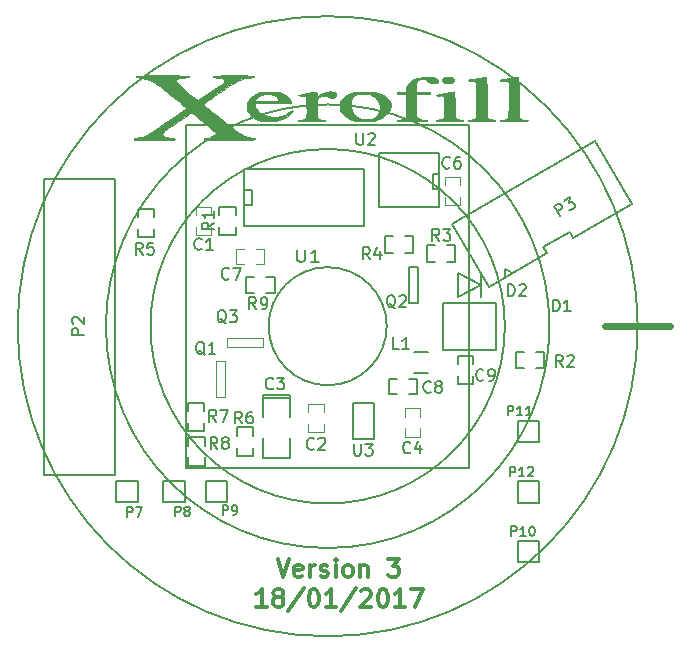
<source format=gto>
G04 #@! TF.FileFunction,Legend,Top*
%FSLAX45Y45*%
G04 Gerber Fmt 4.5, Leading zero omitted, Abs format (unit mm)*
G04 Created by KiCad (PCBNEW 4.0.5-e0-6337~49~ubuntu14.04.1) date Sun Feb 12 07:18:52 2017*
%MOMM*%
%LPD*%
G01*
G04 APERTURE LIST*
%ADD10C,0.150000*%
%ADD11C,0.300000*%
%ADD12C,0.600000*%
%ADD13C,0.200000*%
%ADD14C,0.127000*%
%ADD15C,0.119380*%
%ADD16C,0.203200*%
%ADD17C,0.010000*%
G04 APERTURE END LIST*
D10*
D11*
X7180371Y-8415357D02*
X7230371Y-8565357D01*
X7280371Y-8415357D01*
X7387514Y-8558214D02*
X7373229Y-8565357D01*
X7344657Y-8565357D01*
X7330371Y-8558214D01*
X7323229Y-8543929D01*
X7323229Y-8486786D01*
X7330371Y-8472500D01*
X7344657Y-8465357D01*
X7373229Y-8465357D01*
X7387514Y-8472500D01*
X7394657Y-8486786D01*
X7394657Y-8501071D01*
X7323229Y-8515357D01*
X7458943Y-8565357D02*
X7458943Y-8465357D01*
X7458943Y-8493929D02*
X7466086Y-8479643D01*
X7473229Y-8472500D01*
X7487514Y-8465357D01*
X7501800Y-8465357D01*
X7544657Y-8558214D02*
X7558943Y-8565357D01*
X7587514Y-8565357D01*
X7601800Y-8558214D01*
X7608943Y-8543929D01*
X7608943Y-8536786D01*
X7601800Y-8522500D01*
X7587514Y-8515357D01*
X7566086Y-8515357D01*
X7551800Y-8508214D01*
X7544657Y-8493929D01*
X7544657Y-8486786D01*
X7551800Y-8472500D01*
X7566086Y-8465357D01*
X7587514Y-8465357D01*
X7601800Y-8472500D01*
X7673229Y-8565357D02*
X7673229Y-8465357D01*
X7673229Y-8415357D02*
X7666086Y-8422500D01*
X7673229Y-8429643D01*
X7680371Y-8422500D01*
X7673229Y-8415357D01*
X7673229Y-8429643D01*
X7766086Y-8565357D02*
X7751800Y-8558214D01*
X7744657Y-8551071D01*
X7737514Y-8536786D01*
X7737514Y-8493929D01*
X7744657Y-8479643D01*
X7751800Y-8472500D01*
X7766086Y-8465357D01*
X7787514Y-8465357D01*
X7801800Y-8472500D01*
X7808943Y-8479643D01*
X7816086Y-8493929D01*
X7816086Y-8536786D01*
X7808943Y-8551071D01*
X7801800Y-8558214D01*
X7787514Y-8565357D01*
X7766086Y-8565357D01*
X7880371Y-8465357D02*
X7880371Y-8565357D01*
X7880371Y-8479643D02*
X7887514Y-8472500D01*
X7901800Y-8465357D01*
X7923229Y-8465357D01*
X7937514Y-8472500D01*
X7944657Y-8486786D01*
X7944657Y-8565357D01*
X8116086Y-8415357D02*
X8208943Y-8415357D01*
X8158943Y-8472500D01*
X8180371Y-8472500D01*
X8194657Y-8479643D01*
X8201800Y-8486786D01*
X8208943Y-8501071D01*
X8208943Y-8536786D01*
X8201800Y-8551071D01*
X8194657Y-8558214D01*
X8180371Y-8565357D01*
X8137514Y-8565357D01*
X8123229Y-8558214D01*
X8116086Y-8551071D01*
X7087514Y-8820357D02*
X7001800Y-8820357D01*
X7044657Y-8820357D02*
X7044657Y-8670357D01*
X7030372Y-8691786D01*
X7016086Y-8706071D01*
X7001800Y-8713214D01*
X7173229Y-8734643D02*
X7158943Y-8727500D01*
X7151800Y-8720357D01*
X7144657Y-8706071D01*
X7144657Y-8698929D01*
X7151800Y-8684643D01*
X7158943Y-8677500D01*
X7173229Y-8670357D01*
X7201800Y-8670357D01*
X7216086Y-8677500D01*
X7223229Y-8684643D01*
X7230371Y-8698929D01*
X7230371Y-8706071D01*
X7223229Y-8720357D01*
X7216086Y-8727500D01*
X7201800Y-8734643D01*
X7173229Y-8734643D01*
X7158943Y-8741786D01*
X7151800Y-8748929D01*
X7144657Y-8763214D01*
X7144657Y-8791786D01*
X7151800Y-8806071D01*
X7158943Y-8813214D01*
X7173229Y-8820357D01*
X7201800Y-8820357D01*
X7216086Y-8813214D01*
X7223229Y-8806071D01*
X7230371Y-8791786D01*
X7230371Y-8763214D01*
X7223229Y-8748929D01*
X7216086Y-8741786D01*
X7201800Y-8734643D01*
X7401800Y-8663214D02*
X7273229Y-8856071D01*
X7480371Y-8670357D02*
X7494657Y-8670357D01*
X7508943Y-8677500D01*
X7516086Y-8684643D01*
X7523229Y-8698929D01*
X7530371Y-8727500D01*
X7530371Y-8763214D01*
X7523229Y-8791786D01*
X7516086Y-8806071D01*
X7508943Y-8813214D01*
X7494657Y-8820357D01*
X7480371Y-8820357D01*
X7466086Y-8813214D01*
X7458943Y-8806071D01*
X7451800Y-8791786D01*
X7444657Y-8763214D01*
X7444657Y-8727500D01*
X7451800Y-8698929D01*
X7458943Y-8684643D01*
X7466086Y-8677500D01*
X7480371Y-8670357D01*
X7673229Y-8820357D02*
X7587514Y-8820357D01*
X7630371Y-8820357D02*
X7630371Y-8670357D01*
X7616086Y-8691786D01*
X7601800Y-8706071D01*
X7587514Y-8713214D01*
X7844657Y-8663214D02*
X7716086Y-8856071D01*
X7887514Y-8684643D02*
X7894657Y-8677500D01*
X7908943Y-8670357D01*
X7944657Y-8670357D01*
X7958943Y-8677500D01*
X7966086Y-8684643D01*
X7973229Y-8698929D01*
X7973229Y-8713214D01*
X7966086Y-8734643D01*
X7880371Y-8820357D01*
X7973229Y-8820357D01*
X8066086Y-8670357D02*
X8080371Y-8670357D01*
X8094657Y-8677500D01*
X8101800Y-8684643D01*
X8108943Y-8698929D01*
X8116086Y-8727500D01*
X8116086Y-8763214D01*
X8108943Y-8791786D01*
X8101800Y-8806071D01*
X8094657Y-8813214D01*
X8080371Y-8820357D01*
X8066086Y-8820357D01*
X8051800Y-8813214D01*
X8044657Y-8806071D01*
X8037514Y-8791786D01*
X8030371Y-8763214D01*
X8030371Y-8727500D01*
X8037514Y-8698929D01*
X8044657Y-8684643D01*
X8051800Y-8677500D01*
X8066086Y-8670357D01*
X8258943Y-8820357D02*
X8173228Y-8820357D01*
X8216086Y-8820357D02*
X8216086Y-8670357D01*
X8201800Y-8691786D01*
X8187514Y-8706071D01*
X8173228Y-8713214D01*
X8308943Y-8670357D02*
X8408943Y-8670357D01*
X8344657Y-8820357D01*
D12*
X9956800Y-6444000D02*
X10504800Y-6444000D01*
D13*
X5804800Y-7704000D02*
X5204800Y-7704000D01*
X5804800Y-5194000D02*
X5204800Y-5194000D01*
X5204800Y-7694000D02*
X5204800Y-5194000D01*
X9104833Y-6444000D02*
G75*
G03X9104833Y-6444000I-1500033J0D01*
G01*
X10229800Y-6444000D02*
G75*
G03X10229800Y-6444000I-2625000J0D01*
G01*
X8104800Y-6444000D02*
G75*
G03X8104800Y-6444000I-500000J0D01*
G01*
X9482465Y-6444000D02*
G75*
G03X9482465Y-6444000I-1877665J0D01*
G01*
X5804800Y-7694000D02*
X5804800Y-5194000D01*
X6404800Y-4744000D02*
X6404800Y-7644000D01*
X8804800Y-4744000D02*
X6404800Y-4744000D01*
X8804800Y-7644000D02*
X8804800Y-4744000D01*
X6404800Y-7644000D02*
X8804800Y-7644000D01*
D10*
X9216800Y-7757000D02*
X9396800Y-7757000D01*
X9396800Y-7757000D02*
X9396800Y-7937000D01*
X9396800Y-7937000D02*
X9216800Y-7937000D01*
X9216800Y-7937000D02*
X9216800Y-7757000D01*
D14*
X7289100Y-7050000D02*
X7289100Y-7024600D01*
X7289100Y-7024600D02*
X7060500Y-7024600D01*
X7060500Y-7024600D02*
X7060500Y-7050000D01*
X7289100Y-7050000D02*
X7060500Y-7050000D01*
X7060500Y-7050000D02*
X7060500Y-7215100D01*
X7289100Y-7392900D02*
X7289100Y-7558000D01*
X7289100Y-7558000D02*
X7060500Y-7558000D01*
X7060500Y-7558000D02*
X7060500Y-7392900D01*
X7289100Y-7215100D02*
X7289100Y-7050000D01*
X8548800Y-5432600D02*
X8040800Y-5432600D01*
X8040800Y-5432600D02*
X8040800Y-4975400D01*
X8040800Y-4975400D02*
X8548800Y-4975400D01*
X8548800Y-4975400D02*
X8548800Y-5432600D01*
X8548800Y-5280200D02*
X8498000Y-5280200D01*
X8498000Y-5280200D02*
X8498000Y-5153200D01*
X8498000Y-5153200D02*
X8548800Y-5153200D01*
X7815900Y-7091600D02*
X7993700Y-7091600D01*
X7993700Y-7091600D02*
X7993700Y-7396400D01*
X7993700Y-7396400D02*
X7815900Y-7396400D01*
X7815900Y-7396400D02*
X7815900Y-7091600D01*
D15*
X6489776Y-5604038D02*
X6489776Y-5673888D01*
X6489776Y-5503962D02*
X6489776Y-5434112D01*
X6619824Y-5604038D02*
X6619824Y-5673888D01*
X6619824Y-5434112D02*
X6619824Y-5503962D01*
X6618300Y-5673888D02*
X6491300Y-5673888D01*
X6491300Y-5434112D02*
X6618300Y-5434112D01*
X7439776Y-7269038D02*
X7439776Y-7338888D01*
X7439776Y-7168962D02*
X7439776Y-7099112D01*
X7569824Y-7269038D02*
X7569824Y-7338888D01*
X7569824Y-7099112D02*
X7569824Y-7168962D01*
X7568300Y-7338888D02*
X7441300Y-7338888D01*
X7441300Y-7099112D02*
X7568300Y-7099112D01*
X8385824Y-7209962D02*
X8385824Y-7140112D01*
X8385824Y-7310038D02*
X8385824Y-7379888D01*
X8255776Y-7209962D02*
X8255776Y-7140112D01*
X8255776Y-7379888D02*
X8255776Y-7310038D01*
X8257300Y-7140112D02*
X8384300Y-7140112D01*
X8384300Y-7379888D02*
X8257300Y-7379888D01*
D14*
X6824650Y-5503962D02*
X6824650Y-5433350D01*
X6824650Y-5433350D02*
X6684950Y-5433350D01*
X6684950Y-5433350D02*
X6684950Y-5503962D01*
X6824650Y-5674650D02*
X6824650Y-5604038D01*
X6824650Y-5674650D02*
X6684950Y-5674650D01*
X6684950Y-5674650D02*
X6684950Y-5604038D01*
X9266762Y-6662150D02*
X9196150Y-6662150D01*
X9196150Y-6662150D02*
X9196150Y-6801850D01*
X9196150Y-6801850D02*
X9266762Y-6801850D01*
X9437450Y-6662150D02*
X9366838Y-6662150D01*
X9437450Y-6662150D02*
X9437450Y-6801850D01*
X9437450Y-6801850D02*
X9366838Y-6801850D01*
X5994950Y-5622038D02*
X5994950Y-5692650D01*
X5994950Y-5692650D02*
X6134650Y-5692650D01*
X6134650Y-5692650D02*
X6134650Y-5622038D01*
X5994950Y-5451350D02*
X5994950Y-5521962D01*
X5994950Y-5451350D02*
X6134650Y-5451350D01*
X6134650Y-5451350D02*
X6134650Y-5521962D01*
X6561650Y-7161962D02*
X6561650Y-7091350D01*
X6561650Y-7091350D02*
X6421950Y-7091350D01*
X6421950Y-7091350D02*
X6421950Y-7161962D01*
X6561650Y-7332650D02*
X6561650Y-7262038D01*
X6561650Y-7332650D02*
X6421950Y-7332650D01*
X6421950Y-7332650D02*
X6421950Y-7262038D01*
X6564650Y-7454962D02*
X6564650Y-7384350D01*
X6564650Y-7384350D02*
X6424950Y-7384350D01*
X6424950Y-7384350D02*
X6424950Y-7454962D01*
X6564650Y-7625650D02*
X6564650Y-7555038D01*
X6564650Y-7625650D02*
X6424950Y-7625650D01*
X6424950Y-7625650D02*
X6424950Y-7555038D01*
X6835950Y-7472038D02*
X6835950Y-7542650D01*
X6835950Y-7542650D02*
X6975650Y-7542650D01*
X6975650Y-7542650D02*
X6975650Y-7472038D01*
X6835950Y-7301350D02*
X6835950Y-7371962D01*
X6835950Y-7301350D02*
X6975650Y-7301350D01*
X6975650Y-7301350D02*
X6975650Y-7371962D01*
X8372900Y-5941600D02*
X8372900Y-6246400D01*
X8372900Y-6246400D02*
X8296700Y-6246400D01*
X8296700Y-6246400D02*
X8296700Y-5941600D01*
X8296700Y-5941600D02*
X8372900Y-5941600D01*
D15*
X6753400Y-6539900D02*
X7058200Y-6539900D01*
X7058200Y-6539900D02*
X7058200Y-6616100D01*
X7058200Y-6616100D02*
X6753400Y-6616100D01*
X6753400Y-6616100D02*
X6753400Y-6539900D01*
X8726424Y-5248402D02*
X8726424Y-5178552D01*
X8726424Y-5348478D02*
X8726424Y-5418328D01*
X8596376Y-5248402D02*
X8596376Y-5178552D01*
X8596376Y-5418328D02*
X8596376Y-5348478D01*
X8597900Y-5178552D02*
X8724900Y-5178552D01*
X8724900Y-5418328D02*
X8597900Y-5418328D01*
X6994838Y-5919024D02*
X7064688Y-5919024D01*
X6894762Y-5919024D02*
X6824912Y-5919024D01*
X6994838Y-5788976D02*
X7064688Y-5788976D01*
X6824912Y-5788976D02*
X6894762Y-5788976D01*
X7064688Y-5790500D02*
X7064688Y-5917500D01*
X6824912Y-5917500D02*
X6824912Y-5790500D01*
D10*
X5814800Y-7754000D02*
X5994800Y-7754000D01*
X5994800Y-7754000D02*
X5994800Y-7934000D01*
X5994800Y-7934000D02*
X5814800Y-7934000D01*
X5814800Y-7934000D02*
X5814800Y-7754000D01*
X6214800Y-7754000D02*
X6394800Y-7754000D01*
X6394800Y-7754000D02*
X6394800Y-7934000D01*
X6394800Y-7934000D02*
X6214800Y-7934000D01*
X6214800Y-7934000D02*
X6214800Y-7754000D01*
X6574800Y-7754000D02*
X6754800Y-7754000D01*
X6754800Y-7754000D02*
X6754800Y-7934000D01*
X6754800Y-7934000D02*
X6574800Y-7934000D01*
X6574800Y-7934000D02*
X6574800Y-7754000D01*
X9216800Y-8264000D02*
X9396800Y-8264000D01*
X9396800Y-8264000D02*
X9396800Y-8444000D01*
X9396800Y-8444000D02*
X9216800Y-8444000D01*
X9216800Y-8444000D02*
X9216800Y-8264000D01*
X9216800Y-7244000D02*
X9396800Y-7244000D01*
X9396800Y-7244000D02*
X9396800Y-7424000D01*
X9396800Y-7424000D02*
X9216800Y-7424000D01*
X9216800Y-7424000D02*
X9216800Y-7244000D01*
D16*
X7912800Y-5115400D02*
X7912800Y-5598000D01*
X7912800Y-5598000D02*
X6896800Y-5598000D01*
X6896800Y-5598000D02*
X6896800Y-5115400D01*
X6896800Y-5115400D02*
X7912800Y-5115400D01*
X6896800Y-5293200D02*
X6960300Y-5293200D01*
X6960300Y-5293200D02*
X6960300Y-5420200D01*
X6960300Y-5420200D02*
X6896800Y-5420200D01*
D10*
X8294838Y-7019024D02*
X8364688Y-7019024D01*
X8194762Y-7019024D02*
X8124912Y-7019024D01*
X8294838Y-6888976D02*
X8364688Y-6888976D01*
X8124912Y-6888976D02*
X8194762Y-6888976D01*
X8364688Y-6890500D02*
X8364688Y-7017500D01*
X8124912Y-7017500D02*
X8124912Y-6890500D01*
X8704776Y-6864038D02*
X8704776Y-6933888D01*
X8704776Y-6763962D02*
X8704776Y-6694112D01*
X8834824Y-6864038D02*
X8834824Y-6933888D01*
X8834824Y-6694112D02*
X8834824Y-6763962D01*
X8833300Y-6933888D02*
X8706300Y-6933888D01*
X8706300Y-6694112D02*
X8833300Y-6694112D01*
X8334800Y-6661500D02*
X8454800Y-6661500D01*
X8454800Y-6836500D02*
X8334800Y-6836500D01*
X8704800Y-5994000D02*
X8704800Y-6194000D01*
X8704800Y-6194000D02*
X8904800Y-6094000D01*
X8904800Y-6094000D02*
X8704800Y-5994000D01*
X8904800Y-5994000D02*
X8904800Y-6194000D01*
X8579800Y-6244000D02*
X8579800Y-6644000D01*
X9029800Y-6244000D02*
X9029800Y-6644000D01*
X8579800Y-6644000D02*
X9029800Y-6644000D01*
X8579800Y-6244000D02*
X9029800Y-6244000D01*
X9105544Y-6032468D02*
X9110185Y-5960506D01*
X9110185Y-5960506D02*
X9161166Y-5988808D01*
X10179415Y-5412468D02*
X9685781Y-5697468D01*
X9460614Y-5827468D02*
X9430614Y-5775506D01*
X9430614Y-5775506D02*
X9655781Y-5645506D01*
X9655781Y-5645506D02*
X9685781Y-5697468D01*
X9460614Y-5827468D02*
X8966980Y-6112468D01*
X8966980Y-6112468D02*
X8656980Y-5575532D01*
X8656980Y-5575532D02*
X9869415Y-4875532D01*
X9869415Y-4875532D02*
X10179415Y-5412468D01*
D15*
X6655700Y-7040400D02*
X6655700Y-6735600D01*
X6655700Y-6735600D02*
X6731900Y-6735600D01*
X6731900Y-6735600D02*
X6731900Y-7040400D01*
X6731900Y-7040400D02*
X6655700Y-7040400D01*
D14*
X8615838Y-5898850D02*
X8686450Y-5898850D01*
X8686450Y-5898850D02*
X8686450Y-5759150D01*
X8686450Y-5759150D02*
X8615838Y-5759150D01*
X8445150Y-5898850D02*
X8515762Y-5898850D01*
X8445150Y-5898850D02*
X8445150Y-5759150D01*
X8445150Y-5759150D02*
X8515762Y-5759150D01*
X8158762Y-5682150D02*
X8088150Y-5682150D01*
X8088150Y-5682150D02*
X8088150Y-5821850D01*
X8088150Y-5821850D02*
X8158762Y-5821850D01*
X8329450Y-5682150D02*
X8258838Y-5682150D01*
X8329450Y-5682150D02*
X8329450Y-5821850D01*
X8329450Y-5821850D02*
X8258838Y-5821850D01*
D17*
G36*
X6849057Y-4321081D02*
X6884520Y-4321146D01*
X6913029Y-4321297D01*
X6935341Y-4321566D01*
X6952213Y-4321988D01*
X6964400Y-4322596D01*
X6972660Y-4323425D01*
X6977748Y-4324508D01*
X6980422Y-4325879D01*
X6981437Y-4327572D01*
X6981567Y-4328925D01*
X6980474Y-4332980D01*
X6976100Y-4335720D01*
X6966801Y-4337664D01*
X6950933Y-4339333D01*
X6947871Y-4339593D01*
X6907229Y-4345914D01*
X6866760Y-4357549D01*
X6835517Y-4370794D01*
X6827245Y-4375557D01*
X6812895Y-4384485D01*
X6793385Y-4396979D01*
X6769637Y-4412439D01*
X6742570Y-4430266D01*
X6713103Y-4449860D01*
X6682158Y-4470623D01*
X6679295Y-4472554D01*
X6643962Y-4496466D01*
X6615180Y-4516146D01*
X6592411Y-4531991D01*
X6575119Y-4544401D01*
X6562767Y-4553774D01*
X6554817Y-4560511D01*
X6550734Y-4565010D01*
X6549979Y-4567669D01*
X6550480Y-4568300D01*
X6555050Y-4571866D01*
X6565517Y-4580126D01*
X6581155Y-4592502D01*
X6601234Y-4608417D01*
X6625028Y-4627295D01*
X6651808Y-4648558D01*
X6680846Y-4671629D01*
X6695172Y-4683017D01*
X6725920Y-4707345D01*
X6755567Y-4730583D01*
X6783247Y-4752069D01*
X6808098Y-4771142D01*
X6829256Y-4787139D01*
X6845856Y-4799400D01*
X6857036Y-4807264D01*
X6859605Y-4808914D01*
X6899385Y-4829393D01*
X6940670Y-4842761D01*
X6963548Y-4847255D01*
X6980137Y-4850326D01*
X6989588Y-4853319D01*
X6993210Y-4856735D01*
X6993274Y-4858616D01*
X6992193Y-4860064D01*
X6989114Y-4861293D01*
X6983378Y-4862325D01*
X6974324Y-4863183D01*
X6961294Y-4863889D01*
X6943628Y-4864465D01*
X6920666Y-4864935D01*
X6891750Y-4865320D01*
X6856219Y-4865644D01*
X6813415Y-4865929D01*
X6773017Y-4866146D01*
X6724361Y-4866380D01*
X6683492Y-4866538D01*
X6649734Y-4866600D01*
X6622408Y-4866545D01*
X6600837Y-4866352D01*
X6584342Y-4865999D01*
X6572245Y-4865467D01*
X6563868Y-4864733D01*
X6558533Y-4863777D01*
X6555562Y-4862578D01*
X6554277Y-4861115D01*
X6554000Y-4859372D01*
X6554975Y-4855508D01*
X6558953Y-4852876D01*
X6567511Y-4851033D01*
X6582227Y-4849535D01*
X6591494Y-4848840D01*
X6620637Y-4845923D01*
X6641869Y-4841700D01*
X6655684Y-4835885D01*
X6662575Y-4828188D01*
X6663037Y-4818320D01*
X6659388Y-4809185D01*
X6654562Y-4803480D01*
X6644213Y-4793403D01*
X6629401Y-4779912D01*
X6611184Y-4763964D01*
X6590621Y-4746516D01*
X6583932Y-4740950D01*
X6560971Y-4721924D01*
X6538153Y-4703003D01*
X6517025Y-4685469D01*
X6499132Y-4670607D01*
X6486021Y-4659699D01*
X6484793Y-4658675D01*
X6471383Y-4647854D01*
X6460218Y-4639504D01*
X6453003Y-4634873D01*
X6451498Y-4634333D01*
X6446772Y-4636644D01*
X6436438Y-4643015D01*
X6421790Y-4652608D01*
X6404126Y-4664583D01*
X6393808Y-4671730D01*
X6369138Y-4688891D01*
X6340852Y-4708483D01*
X6312330Y-4728170D01*
X6286953Y-4745614D01*
X6285418Y-4746665D01*
X6265284Y-4760631D01*
X6246534Y-4773951D01*
X6230798Y-4785445D01*
X6219708Y-4793932D01*
X6216627Y-4796491D01*
X6205785Y-4809113D01*
X6202814Y-4820610D01*
X6207752Y-4830315D01*
X6214360Y-4834914D01*
X6227526Y-4839849D01*
X6245930Y-4844436D01*
X6266348Y-4848041D01*
X6285557Y-4850031D01*
X6292311Y-4850233D01*
X6303076Y-4851019D01*
X6307693Y-4854155D01*
X6308467Y-4858700D01*
X6308267Y-4860802D01*
X6307155Y-4862524D01*
X6304363Y-4863903D01*
X6299124Y-4864978D01*
X6290670Y-4865787D01*
X6278232Y-4866367D01*
X6261044Y-4866757D01*
X6238338Y-4866993D01*
X6209345Y-4867115D01*
X6173297Y-4867160D01*
X6137017Y-4867167D01*
X6094453Y-4867157D01*
X6059588Y-4867102D01*
X6031654Y-4866964D01*
X6009883Y-4866705D01*
X5993508Y-4866288D01*
X5981761Y-4865674D01*
X5973873Y-4864825D01*
X5969078Y-4863704D01*
X5966607Y-4862272D01*
X5965693Y-4860492D01*
X5965567Y-4858700D01*
X5967700Y-4852370D01*
X5975481Y-4850274D01*
X5977589Y-4850233D01*
X5992077Y-4848676D01*
X6011585Y-4844521D01*
X6033364Y-4838538D01*
X6054669Y-4831502D01*
X6072752Y-4824184D01*
X6076286Y-4822482D01*
X6084520Y-4817714D01*
X6098883Y-4808692D01*
X6118534Y-4795972D01*
X6142633Y-4780110D01*
X6170340Y-4761660D01*
X6200815Y-4741179D01*
X6233217Y-4719220D01*
X6254458Y-4704730D01*
X6409999Y-4598350D01*
X6394158Y-4584772D01*
X6374644Y-4568289D01*
X6351532Y-4549168D01*
X6325781Y-4528166D01*
X6298350Y-4506040D01*
X6270199Y-4483548D01*
X6242286Y-4461447D01*
X6215572Y-4440494D01*
X6191014Y-4421448D01*
X6169572Y-4405065D01*
X6152206Y-4392103D01*
X6139874Y-4383320D01*
X6135438Y-4380458D01*
X6100825Y-4363157D01*
X6063089Y-4349687D01*
X6025768Y-4341224D01*
X6012686Y-4339590D01*
X5996733Y-4337791D01*
X5987528Y-4335689D01*
X5983361Y-4332680D01*
X5982500Y-4328925D01*
X5982787Y-4327199D01*
X5984097Y-4325745D01*
X5987097Y-4324541D01*
X5992458Y-4323563D01*
X6000851Y-4322788D01*
X6012944Y-4322192D01*
X6029407Y-4321752D01*
X6050910Y-4321444D01*
X6078123Y-4321245D01*
X6111716Y-4321131D01*
X6152358Y-4321080D01*
X6200719Y-4321067D01*
X6206867Y-4321067D01*
X6256169Y-4321077D01*
X6297673Y-4321123D01*
X6332051Y-4321228D01*
X6359972Y-4321416D01*
X6382104Y-4321710D01*
X6399118Y-4322134D01*
X6411685Y-4322711D01*
X6420472Y-4323464D01*
X6426151Y-4324418D01*
X6429390Y-4325594D01*
X6430861Y-4327018D01*
X6431231Y-4328711D01*
X6431233Y-4328918D01*
X6430363Y-4332576D01*
X6426747Y-4335083D01*
X6418878Y-4336804D01*
X6405252Y-4338104D01*
X6389297Y-4339080D01*
X6361762Y-4341492D01*
X6341945Y-4345393D01*
X6329192Y-4351002D01*
X6322850Y-4358538D01*
X6322015Y-4361736D01*
X6324484Y-4372298D01*
X6334343Y-4386932D01*
X6351595Y-4405643D01*
X6376245Y-4428434D01*
X6408299Y-4455311D01*
X6432711Y-4474668D01*
X6507033Y-4532549D01*
X6609891Y-4462500D01*
X6636532Y-4444274D01*
X6661276Y-4427190D01*
X6683144Y-4411935D01*
X6701156Y-4399198D01*
X6714333Y-4389668D01*
X6721695Y-4384033D01*
X6722451Y-4383372D01*
X6730317Y-4372460D01*
X6730202Y-4362456D01*
X6722573Y-4353728D01*
X6707899Y-4346645D01*
X6686647Y-4341575D01*
X6666541Y-4339307D01*
X6648785Y-4337837D01*
X6637894Y-4336186D01*
X6632269Y-4333898D01*
X6630314Y-4330515D01*
X6630200Y-4328905D01*
X6630524Y-4326978D01*
X6632001Y-4325396D01*
X6635387Y-4324124D01*
X6641439Y-4323129D01*
X6650912Y-4322376D01*
X6664564Y-4321832D01*
X6683150Y-4321464D01*
X6707427Y-4321237D01*
X6738152Y-4321118D01*
X6776081Y-4321072D01*
X6805883Y-4321067D01*
X6849057Y-4321081D01*
X6849057Y-4321081D01*
G37*
X6849057Y-4321081D02*
X6884520Y-4321146D01*
X6913029Y-4321297D01*
X6935341Y-4321566D01*
X6952213Y-4321988D01*
X6964400Y-4322596D01*
X6972660Y-4323425D01*
X6977748Y-4324508D01*
X6980422Y-4325879D01*
X6981437Y-4327572D01*
X6981567Y-4328925D01*
X6980474Y-4332980D01*
X6976100Y-4335720D01*
X6966801Y-4337664D01*
X6950933Y-4339333D01*
X6947871Y-4339593D01*
X6907229Y-4345914D01*
X6866760Y-4357549D01*
X6835517Y-4370794D01*
X6827245Y-4375557D01*
X6812895Y-4384485D01*
X6793385Y-4396979D01*
X6769637Y-4412439D01*
X6742570Y-4430266D01*
X6713103Y-4449860D01*
X6682158Y-4470623D01*
X6679295Y-4472554D01*
X6643962Y-4496466D01*
X6615180Y-4516146D01*
X6592411Y-4531991D01*
X6575119Y-4544401D01*
X6562767Y-4553774D01*
X6554817Y-4560511D01*
X6550734Y-4565010D01*
X6549979Y-4567669D01*
X6550480Y-4568300D01*
X6555050Y-4571866D01*
X6565517Y-4580126D01*
X6581155Y-4592502D01*
X6601234Y-4608417D01*
X6625028Y-4627295D01*
X6651808Y-4648558D01*
X6680846Y-4671629D01*
X6695172Y-4683017D01*
X6725920Y-4707345D01*
X6755567Y-4730583D01*
X6783247Y-4752069D01*
X6808098Y-4771142D01*
X6829256Y-4787139D01*
X6845856Y-4799400D01*
X6857036Y-4807264D01*
X6859605Y-4808914D01*
X6899385Y-4829393D01*
X6940670Y-4842761D01*
X6963548Y-4847255D01*
X6980137Y-4850326D01*
X6989588Y-4853319D01*
X6993210Y-4856735D01*
X6993274Y-4858616D01*
X6992193Y-4860064D01*
X6989114Y-4861293D01*
X6983378Y-4862325D01*
X6974324Y-4863183D01*
X6961294Y-4863889D01*
X6943628Y-4864465D01*
X6920666Y-4864935D01*
X6891750Y-4865320D01*
X6856219Y-4865644D01*
X6813415Y-4865929D01*
X6773017Y-4866146D01*
X6724361Y-4866380D01*
X6683492Y-4866538D01*
X6649734Y-4866600D01*
X6622408Y-4866545D01*
X6600837Y-4866352D01*
X6584342Y-4865999D01*
X6572245Y-4865467D01*
X6563868Y-4864733D01*
X6558533Y-4863777D01*
X6555562Y-4862578D01*
X6554277Y-4861115D01*
X6554000Y-4859372D01*
X6554975Y-4855508D01*
X6558953Y-4852876D01*
X6567511Y-4851033D01*
X6582227Y-4849535D01*
X6591494Y-4848840D01*
X6620637Y-4845923D01*
X6641869Y-4841700D01*
X6655684Y-4835885D01*
X6662575Y-4828188D01*
X6663037Y-4818320D01*
X6659388Y-4809185D01*
X6654562Y-4803480D01*
X6644213Y-4793403D01*
X6629401Y-4779912D01*
X6611184Y-4763964D01*
X6590621Y-4746516D01*
X6583932Y-4740950D01*
X6560971Y-4721924D01*
X6538153Y-4703003D01*
X6517025Y-4685469D01*
X6499132Y-4670607D01*
X6486021Y-4659699D01*
X6484793Y-4658675D01*
X6471383Y-4647854D01*
X6460218Y-4639504D01*
X6453003Y-4634873D01*
X6451498Y-4634333D01*
X6446772Y-4636644D01*
X6436438Y-4643015D01*
X6421790Y-4652608D01*
X6404126Y-4664583D01*
X6393808Y-4671730D01*
X6369138Y-4688891D01*
X6340852Y-4708483D01*
X6312330Y-4728170D01*
X6286953Y-4745614D01*
X6285418Y-4746665D01*
X6265284Y-4760631D01*
X6246534Y-4773951D01*
X6230798Y-4785445D01*
X6219708Y-4793932D01*
X6216627Y-4796491D01*
X6205785Y-4809113D01*
X6202814Y-4820610D01*
X6207752Y-4830315D01*
X6214360Y-4834914D01*
X6227526Y-4839849D01*
X6245930Y-4844436D01*
X6266348Y-4848041D01*
X6285557Y-4850031D01*
X6292311Y-4850233D01*
X6303076Y-4851019D01*
X6307693Y-4854155D01*
X6308467Y-4858700D01*
X6308267Y-4860802D01*
X6307155Y-4862524D01*
X6304363Y-4863903D01*
X6299124Y-4864978D01*
X6290670Y-4865787D01*
X6278232Y-4866367D01*
X6261044Y-4866757D01*
X6238338Y-4866993D01*
X6209345Y-4867115D01*
X6173297Y-4867160D01*
X6137017Y-4867167D01*
X6094453Y-4867157D01*
X6059588Y-4867102D01*
X6031654Y-4866964D01*
X6009883Y-4866705D01*
X5993508Y-4866288D01*
X5981761Y-4865674D01*
X5973873Y-4864825D01*
X5969078Y-4863704D01*
X5966607Y-4862272D01*
X5965693Y-4860492D01*
X5965567Y-4858700D01*
X5967700Y-4852370D01*
X5975481Y-4850274D01*
X5977589Y-4850233D01*
X5992077Y-4848676D01*
X6011585Y-4844521D01*
X6033364Y-4838538D01*
X6054669Y-4831502D01*
X6072752Y-4824184D01*
X6076286Y-4822482D01*
X6084520Y-4817714D01*
X6098883Y-4808692D01*
X6118534Y-4795972D01*
X6142633Y-4780110D01*
X6170340Y-4761660D01*
X6200815Y-4741179D01*
X6233217Y-4719220D01*
X6254458Y-4704730D01*
X6409999Y-4598350D01*
X6394158Y-4584772D01*
X6374644Y-4568289D01*
X6351532Y-4549168D01*
X6325781Y-4528166D01*
X6298350Y-4506040D01*
X6270199Y-4483548D01*
X6242286Y-4461447D01*
X6215572Y-4440494D01*
X6191014Y-4421448D01*
X6169572Y-4405065D01*
X6152206Y-4392103D01*
X6139874Y-4383320D01*
X6135438Y-4380458D01*
X6100825Y-4363157D01*
X6063089Y-4349687D01*
X6025768Y-4341224D01*
X6012686Y-4339590D01*
X5996733Y-4337791D01*
X5987528Y-4335689D01*
X5983361Y-4332680D01*
X5982500Y-4328925D01*
X5982787Y-4327199D01*
X5984097Y-4325745D01*
X5987097Y-4324541D01*
X5992458Y-4323563D01*
X6000851Y-4322788D01*
X6012944Y-4322192D01*
X6029407Y-4321752D01*
X6050910Y-4321444D01*
X6078123Y-4321245D01*
X6111716Y-4321131D01*
X6152358Y-4321080D01*
X6200719Y-4321067D01*
X6206867Y-4321067D01*
X6256169Y-4321077D01*
X6297673Y-4321123D01*
X6332051Y-4321228D01*
X6359972Y-4321416D01*
X6382104Y-4321710D01*
X6399118Y-4322134D01*
X6411685Y-4322711D01*
X6420472Y-4323464D01*
X6426151Y-4324418D01*
X6429390Y-4325594D01*
X6430861Y-4327018D01*
X6431231Y-4328711D01*
X6431233Y-4328918D01*
X6430363Y-4332576D01*
X6426747Y-4335083D01*
X6418878Y-4336804D01*
X6405252Y-4338104D01*
X6389297Y-4339080D01*
X6361762Y-4341492D01*
X6341945Y-4345393D01*
X6329192Y-4351002D01*
X6322850Y-4358538D01*
X6322015Y-4361736D01*
X6324484Y-4372298D01*
X6334343Y-4386932D01*
X6351595Y-4405643D01*
X6376245Y-4428434D01*
X6408299Y-4455311D01*
X6432711Y-4474668D01*
X6507033Y-4532549D01*
X6609891Y-4462500D01*
X6636532Y-4444274D01*
X6661276Y-4427190D01*
X6683144Y-4411935D01*
X6701156Y-4399198D01*
X6714333Y-4389668D01*
X6721695Y-4384033D01*
X6722451Y-4383372D01*
X6730317Y-4372460D01*
X6730202Y-4362456D01*
X6722573Y-4353728D01*
X6707899Y-4346645D01*
X6686647Y-4341575D01*
X6666541Y-4339307D01*
X6648785Y-4337837D01*
X6637894Y-4336186D01*
X6632269Y-4333898D01*
X6630314Y-4330515D01*
X6630200Y-4328905D01*
X6630524Y-4326978D01*
X6632001Y-4325396D01*
X6635387Y-4324124D01*
X6641439Y-4323129D01*
X6650912Y-4322376D01*
X6664564Y-4321832D01*
X6683150Y-4321464D01*
X6707427Y-4321237D01*
X6738152Y-4321118D01*
X6776081Y-4321072D01*
X6805883Y-4321067D01*
X6849057Y-4321081D01*
G36*
X7146480Y-4457631D02*
X7172211Y-4459656D01*
X7192308Y-4462928D01*
X7227587Y-4474152D01*
X7255477Y-4489441D01*
X7275958Y-4508777D01*
X7289011Y-4532145D01*
X7292543Y-4544375D01*
X7295506Y-4558133D01*
X6990033Y-4558133D01*
X6990132Y-4569775D01*
X6993486Y-4585132D01*
X7002317Y-4602911D01*
X7015120Y-4620744D01*
X7030391Y-4636265D01*
X7034483Y-4639556D01*
X7063481Y-4656514D01*
X7096759Y-4667404D01*
X7132766Y-4672297D01*
X7169954Y-4671267D01*
X7206773Y-4664386D01*
X7241674Y-4651726D01*
X7273109Y-4633359D01*
X7280017Y-4628069D01*
X7293032Y-4619316D01*
X7302540Y-4616624D01*
X7304189Y-4616954D01*
X7308436Y-4619286D01*
X7308355Y-4623398D01*
X7303712Y-4631691D01*
X7302576Y-4633494D01*
X7289235Y-4648745D01*
X7269189Y-4664112D01*
X7244132Y-4678651D01*
X7215761Y-4691419D01*
X7185771Y-4701475D01*
X7175590Y-4704089D01*
X7156417Y-4707184D01*
X7131880Y-4709139D01*
X7105011Y-4709903D01*
X7078839Y-4709426D01*
X7056399Y-4707658D01*
X7047183Y-4706207D01*
X7011596Y-4696176D01*
X6980376Y-4681578D01*
X6954504Y-4663113D01*
X6934963Y-4641478D01*
X6922885Y-4617827D01*
X6917657Y-4590053D01*
X6920381Y-4563163D01*
X6930544Y-4537813D01*
X6935294Y-4531379D01*
X6990033Y-4531379D01*
X6991590Y-4533211D01*
X6996837Y-4534617D01*
X7006644Y-4535644D01*
X7021876Y-4536342D01*
X7043402Y-4536760D01*
X7072089Y-4536946D01*
X7089517Y-4536967D01*
X7120998Y-4536948D01*
X7145021Y-4536830D01*
X7162593Y-4536523D01*
X7174724Y-4535936D01*
X7182421Y-4534978D01*
X7186692Y-4533558D01*
X7188546Y-4531585D01*
X7188991Y-4528969D01*
X7189000Y-4528002D01*
X7185546Y-4518353D01*
X7176585Y-4506949D01*
X7164216Y-4495751D01*
X7150538Y-4486722D01*
X7140221Y-4482422D01*
X7120008Y-4478977D01*
X7095360Y-4477913D01*
X7069949Y-4479166D01*
X7047446Y-4482671D01*
X7041856Y-4484139D01*
X7022849Y-4492348D01*
X7007304Y-4505684D01*
X7005104Y-4508184D01*
X6996685Y-4518980D01*
X6991214Y-4527836D01*
X6990033Y-4531379D01*
X6935294Y-4531379D01*
X6947636Y-4514657D01*
X6971144Y-4494348D01*
X7000556Y-4477541D01*
X7035360Y-4464892D01*
X7044326Y-4462579D01*
X7064225Y-4459372D01*
X7089725Y-4457483D01*
X7118063Y-4456905D01*
X7146480Y-4457631D01*
X7146480Y-4457631D01*
G37*
X7146480Y-4457631D02*
X7172211Y-4459656D01*
X7192308Y-4462928D01*
X7227587Y-4474152D01*
X7255477Y-4489441D01*
X7275958Y-4508777D01*
X7289011Y-4532145D01*
X7292543Y-4544375D01*
X7295506Y-4558133D01*
X6990033Y-4558133D01*
X6990132Y-4569775D01*
X6993486Y-4585132D01*
X7002317Y-4602911D01*
X7015120Y-4620744D01*
X7030391Y-4636265D01*
X7034483Y-4639556D01*
X7063481Y-4656514D01*
X7096759Y-4667404D01*
X7132766Y-4672297D01*
X7169954Y-4671267D01*
X7206773Y-4664386D01*
X7241674Y-4651726D01*
X7273109Y-4633359D01*
X7280017Y-4628069D01*
X7293032Y-4619316D01*
X7302540Y-4616624D01*
X7304189Y-4616954D01*
X7308436Y-4619286D01*
X7308355Y-4623398D01*
X7303712Y-4631691D01*
X7302576Y-4633494D01*
X7289235Y-4648745D01*
X7269189Y-4664112D01*
X7244132Y-4678651D01*
X7215761Y-4691419D01*
X7185771Y-4701475D01*
X7175590Y-4704089D01*
X7156417Y-4707184D01*
X7131880Y-4709139D01*
X7105011Y-4709903D01*
X7078839Y-4709426D01*
X7056399Y-4707658D01*
X7047183Y-4706207D01*
X7011596Y-4696176D01*
X6980376Y-4681578D01*
X6954504Y-4663113D01*
X6934963Y-4641478D01*
X6922885Y-4617827D01*
X6917657Y-4590053D01*
X6920381Y-4563163D01*
X6930544Y-4537813D01*
X6935294Y-4531379D01*
X6990033Y-4531379D01*
X6991590Y-4533211D01*
X6996837Y-4534617D01*
X7006644Y-4535644D01*
X7021876Y-4536342D01*
X7043402Y-4536760D01*
X7072089Y-4536946D01*
X7089517Y-4536967D01*
X7120998Y-4536948D01*
X7145021Y-4536830D01*
X7162593Y-4536523D01*
X7174724Y-4535936D01*
X7182421Y-4534978D01*
X7186692Y-4533558D01*
X7188546Y-4531585D01*
X7188991Y-4528969D01*
X7189000Y-4528002D01*
X7185546Y-4518353D01*
X7176585Y-4506949D01*
X7164216Y-4495751D01*
X7150538Y-4486722D01*
X7140221Y-4482422D01*
X7120008Y-4478977D01*
X7095360Y-4477913D01*
X7069949Y-4479166D01*
X7047446Y-4482671D01*
X7041856Y-4484139D01*
X7022849Y-4492348D01*
X7007304Y-4505684D01*
X7005104Y-4508184D01*
X6996685Y-4518980D01*
X6991214Y-4527836D01*
X6990033Y-4531379D01*
X6935294Y-4531379D01*
X6947636Y-4514657D01*
X6971144Y-4494348D01*
X7000556Y-4477541D01*
X7035360Y-4464892D01*
X7044326Y-4462579D01*
X7064225Y-4459372D01*
X7089725Y-4457483D01*
X7118063Y-4456905D01*
X7146480Y-4457631D01*
G36*
X7949773Y-4457861D02*
X7977592Y-4459598D01*
X8002108Y-4462159D01*
X8021176Y-4465468D01*
X8026760Y-4466972D01*
X8064532Y-4481297D01*
X8094318Y-4498058D01*
X8116290Y-4517425D01*
X8130618Y-4539570D01*
X8137477Y-4564662D01*
X8138167Y-4577604D01*
X8136478Y-4594381D01*
X8132441Y-4610638D01*
X8130297Y-4616022D01*
X8115425Y-4638414D01*
X8093431Y-4659111D01*
X8065615Y-4677284D01*
X8033275Y-4692105D01*
X7997711Y-4702746D01*
X7992453Y-4703874D01*
X7965972Y-4707688D01*
X7934887Y-4709680D01*
X7902289Y-4709849D01*
X7871269Y-4708192D01*
X7844916Y-4704708D01*
X7841238Y-4703959D01*
X7809811Y-4694781D01*
X7780111Y-4681686D01*
X7753634Y-4665651D01*
X7731879Y-4647654D01*
X7716344Y-4628672D01*
X7711446Y-4619282D01*
X7707983Y-4606608D01*
X7705825Y-4590264D01*
X7705467Y-4581384D01*
X7707847Y-4564961D01*
X7798600Y-4564961D01*
X7800627Y-4592867D01*
X7806770Y-4614592D01*
X7822220Y-4640853D01*
X7843612Y-4663215D01*
X7869129Y-4680143D01*
X7895967Y-4689891D01*
X7913291Y-4691904D01*
X7935046Y-4691916D01*
X7957926Y-4690167D01*
X7978620Y-4686894D01*
X7992372Y-4682952D01*
X8014251Y-4669832D01*
X8031183Y-4650957D01*
X8042295Y-4627993D01*
X8046715Y-4602608D01*
X8044998Y-4582404D01*
X8036263Y-4551058D01*
X8023714Y-4526378D01*
X8006388Y-4507057D01*
X7983325Y-4491791D01*
X7975456Y-4487949D01*
X7961835Y-4482150D01*
X7949880Y-4478525D01*
X7936771Y-4476574D01*
X7919691Y-4475793D01*
X7906550Y-4475678D01*
X7876388Y-4477034D01*
X7852821Y-4481651D01*
X7834411Y-4490121D01*
X7819716Y-4503038D01*
X7810820Y-4515122D01*
X7804119Y-4526924D01*
X7800406Y-4537869D01*
X7798851Y-4551349D01*
X7798600Y-4564961D01*
X7707847Y-4564961D01*
X7709467Y-4553784D01*
X7721212Y-4528879D01*
X7740320Y-4506991D01*
X7766407Y-4488445D01*
X7799092Y-4473564D01*
X7837991Y-4462671D01*
X7848328Y-4460665D01*
X7867927Y-4458350D01*
X7892796Y-4457161D01*
X7920793Y-4457024D01*
X7949773Y-4457861D01*
X7949773Y-4457861D01*
G37*
X7949773Y-4457861D02*
X7977592Y-4459598D01*
X8002108Y-4462159D01*
X8021176Y-4465468D01*
X8026760Y-4466972D01*
X8064532Y-4481297D01*
X8094318Y-4498058D01*
X8116290Y-4517425D01*
X8130618Y-4539570D01*
X8137477Y-4564662D01*
X8138167Y-4577604D01*
X8136478Y-4594381D01*
X8132441Y-4610638D01*
X8130297Y-4616022D01*
X8115425Y-4638414D01*
X8093431Y-4659111D01*
X8065615Y-4677284D01*
X8033275Y-4692105D01*
X7997711Y-4702746D01*
X7992453Y-4703874D01*
X7965972Y-4707688D01*
X7934887Y-4709680D01*
X7902289Y-4709849D01*
X7871269Y-4708192D01*
X7844916Y-4704708D01*
X7841238Y-4703959D01*
X7809811Y-4694781D01*
X7780111Y-4681686D01*
X7753634Y-4665651D01*
X7731879Y-4647654D01*
X7716344Y-4628672D01*
X7711446Y-4619282D01*
X7707983Y-4606608D01*
X7705825Y-4590264D01*
X7705467Y-4581384D01*
X7707847Y-4564961D01*
X7798600Y-4564961D01*
X7800627Y-4592867D01*
X7806770Y-4614592D01*
X7822220Y-4640853D01*
X7843612Y-4663215D01*
X7869129Y-4680143D01*
X7895967Y-4689891D01*
X7913291Y-4691904D01*
X7935046Y-4691916D01*
X7957926Y-4690167D01*
X7978620Y-4686894D01*
X7992372Y-4682952D01*
X8014251Y-4669832D01*
X8031183Y-4650957D01*
X8042295Y-4627993D01*
X8046715Y-4602608D01*
X8044998Y-4582404D01*
X8036263Y-4551058D01*
X8023714Y-4526378D01*
X8006388Y-4507057D01*
X7983325Y-4491791D01*
X7975456Y-4487949D01*
X7961835Y-4482150D01*
X7949880Y-4478525D01*
X7936771Y-4476574D01*
X7919691Y-4475793D01*
X7906550Y-4475678D01*
X7876388Y-4477034D01*
X7852821Y-4481651D01*
X7834411Y-4490121D01*
X7819716Y-4503038D01*
X7810820Y-4515122D01*
X7804119Y-4526924D01*
X7800406Y-4537869D01*
X7798851Y-4551349D01*
X7798600Y-4564961D01*
X7707847Y-4564961D01*
X7709467Y-4553784D01*
X7721212Y-4528879D01*
X7740320Y-4506991D01*
X7766407Y-4488445D01*
X7799092Y-4473564D01*
X7837991Y-4462671D01*
X7848328Y-4460665D01*
X7867927Y-4458350D01*
X7892796Y-4457161D01*
X7920793Y-4457024D01*
X7949773Y-4457861D01*
G36*
X7647536Y-4458376D02*
X7664926Y-4463760D01*
X7675134Y-4472468D01*
X7677842Y-4484281D01*
X7675900Y-4492340D01*
X7667916Y-4502284D01*
X7654234Y-4507924D01*
X7636500Y-4509173D01*
X7616356Y-4505945D01*
X7595448Y-4498155D01*
X7592577Y-4496708D01*
X7579243Y-4491587D01*
X7566293Y-4491506D01*
X7550583Y-4496580D01*
X7546384Y-4498428D01*
X7534295Y-4504396D01*
X7525292Y-4510649D01*
X7518923Y-4518487D01*
X7514735Y-4529210D01*
X7512277Y-4544118D01*
X7511098Y-4564512D01*
X7510745Y-4591691D01*
X7510733Y-4601038D01*
X7510810Y-4627479D01*
X7511132Y-4646784D01*
X7511836Y-4660281D01*
X7513059Y-4669300D01*
X7514938Y-4675171D01*
X7517609Y-4679221D01*
X7518925Y-4680625D01*
X7530562Y-4688228D01*
X7547105Y-4694252D01*
X7565000Y-4697529D01*
X7571058Y-4697810D01*
X7579507Y-4699155D01*
X7582700Y-4702067D01*
X7578523Y-4703454D01*
X7566207Y-4704581D01*
X7546079Y-4705435D01*
X7518463Y-4706004D01*
X7483685Y-4706277D01*
X7468400Y-4706300D01*
X7430941Y-4706145D01*
X7400520Y-4705689D01*
X7377460Y-4704944D01*
X7362088Y-4703921D01*
X7354728Y-4702633D01*
X7354100Y-4702067D01*
X7357753Y-4698987D01*
X7365742Y-4697810D01*
X7386093Y-4695253D01*
X7404187Y-4688412D01*
X7417121Y-4678410D01*
X7417655Y-4677752D01*
X7420772Y-4673349D01*
X7423032Y-4668379D01*
X7424545Y-4661543D01*
X7425419Y-4651544D01*
X7425764Y-4637081D01*
X7425687Y-4616856D01*
X7425298Y-4589571D01*
X7425256Y-4587022D01*
X7424682Y-4556455D01*
X7423786Y-4533315D01*
X7422101Y-4516567D01*
X7419157Y-4505173D01*
X7414488Y-4498096D01*
X7407623Y-4494299D01*
X7398096Y-4492745D01*
X7385438Y-4492396D01*
X7382522Y-4492380D01*
X7368607Y-4491703D01*
X7358601Y-4490074D01*
X7354951Y-4488147D01*
X7358485Y-4486257D01*
X7368762Y-4483187D01*
X7384198Y-4479276D01*
X7403206Y-4474863D01*
X7424202Y-4470289D01*
X7445599Y-4465893D01*
X7465813Y-4462015D01*
X7483257Y-4458995D01*
X7496347Y-4457172D01*
X7501208Y-4456801D01*
X7506875Y-4457477D01*
X7509705Y-4461331D01*
X7510659Y-4470471D01*
X7510733Y-4477700D01*
X7511121Y-4489778D01*
X7512112Y-4497442D01*
X7512887Y-4498867D01*
X7517261Y-4496591D01*
X7526067Y-4490776D01*
X7532382Y-4486304D01*
X7562984Y-4469088D01*
X7596614Y-4458994D01*
X7623286Y-4456533D01*
X7647536Y-4458376D01*
X7647536Y-4458376D01*
G37*
X7647536Y-4458376D02*
X7664926Y-4463760D01*
X7675134Y-4472468D01*
X7677842Y-4484281D01*
X7675900Y-4492340D01*
X7667916Y-4502284D01*
X7654234Y-4507924D01*
X7636500Y-4509173D01*
X7616356Y-4505945D01*
X7595448Y-4498155D01*
X7592577Y-4496708D01*
X7579243Y-4491587D01*
X7566293Y-4491506D01*
X7550583Y-4496580D01*
X7546384Y-4498428D01*
X7534295Y-4504396D01*
X7525292Y-4510649D01*
X7518923Y-4518487D01*
X7514735Y-4529210D01*
X7512277Y-4544118D01*
X7511098Y-4564512D01*
X7510745Y-4591691D01*
X7510733Y-4601038D01*
X7510810Y-4627479D01*
X7511132Y-4646784D01*
X7511836Y-4660281D01*
X7513059Y-4669300D01*
X7514938Y-4675171D01*
X7517609Y-4679221D01*
X7518925Y-4680625D01*
X7530562Y-4688228D01*
X7547105Y-4694252D01*
X7565000Y-4697529D01*
X7571058Y-4697810D01*
X7579507Y-4699155D01*
X7582700Y-4702067D01*
X7578523Y-4703454D01*
X7566207Y-4704581D01*
X7546079Y-4705435D01*
X7518463Y-4706004D01*
X7483685Y-4706277D01*
X7468400Y-4706300D01*
X7430941Y-4706145D01*
X7400520Y-4705689D01*
X7377460Y-4704944D01*
X7362088Y-4703921D01*
X7354728Y-4702633D01*
X7354100Y-4702067D01*
X7357753Y-4698987D01*
X7365742Y-4697810D01*
X7386093Y-4695253D01*
X7404187Y-4688412D01*
X7417121Y-4678410D01*
X7417655Y-4677752D01*
X7420772Y-4673349D01*
X7423032Y-4668379D01*
X7424545Y-4661543D01*
X7425419Y-4651544D01*
X7425764Y-4637081D01*
X7425687Y-4616856D01*
X7425298Y-4589571D01*
X7425256Y-4587022D01*
X7424682Y-4556455D01*
X7423786Y-4533315D01*
X7422101Y-4516567D01*
X7419157Y-4505173D01*
X7414488Y-4498096D01*
X7407623Y-4494299D01*
X7398096Y-4492745D01*
X7385438Y-4492396D01*
X7382522Y-4492380D01*
X7368607Y-4491703D01*
X7358601Y-4490074D01*
X7354951Y-4488147D01*
X7358485Y-4486257D01*
X7368762Y-4483187D01*
X7384198Y-4479276D01*
X7403206Y-4474863D01*
X7424202Y-4470289D01*
X7445599Y-4465893D01*
X7465813Y-4462015D01*
X7483257Y-4458995D01*
X7496347Y-4457172D01*
X7501208Y-4456801D01*
X7506875Y-4457477D01*
X7509705Y-4461331D01*
X7510659Y-4470471D01*
X7510733Y-4477700D01*
X7511121Y-4489778D01*
X7512112Y-4497442D01*
X7512887Y-4498867D01*
X7517261Y-4496591D01*
X7526067Y-4490776D01*
X7532382Y-4486304D01*
X7562984Y-4469088D01*
X7596614Y-4458994D01*
X7623286Y-4456533D01*
X7647536Y-4458376D01*
G36*
X8495366Y-4337582D02*
X8518930Y-4343664D01*
X8532826Y-4351254D01*
X8541705Y-4361574D01*
X8542878Y-4371463D01*
X8537088Y-4379940D01*
X8525077Y-4386027D01*
X8507589Y-4388744D01*
X8504346Y-4388800D01*
X8488373Y-4387766D01*
X8475327Y-4383807D01*
X8462262Y-4375644D01*
X8449463Y-4364906D01*
X8438806Y-4356393D01*
X8429091Y-4352157D01*
X8416369Y-4350774D01*
X8410094Y-4350700D01*
X8387326Y-4353075D01*
X8369960Y-4359889D01*
X8359028Y-4370680D01*
X8357218Y-4374462D01*
X8355375Y-4383476D01*
X8353971Y-4398277D01*
X8353229Y-4416190D01*
X8353167Y-4422942D01*
X8353167Y-4460767D01*
X8412433Y-4460767D01*
X8435894Y-4460832D01*
X8452187Y-4461150D01*
X8462614Y-4461905D01*
X8468475Y-4463278D01*
X8471068Y-4465453D01*
X8471695Y-4468614D01*
X8471700Y-4469114D01*
X8471193Y-4472455D01*
X8468798Y-4474809D01*
X8463206Y-4476388D01*
X8453108Y-4477408D01*
X8437194Y-4478082D01*
X8414155Y-4478625D01*
X8413492Y-4478639D01*
X8355283Y-4479817D01*
X8354141Y-4572506D01*
X8353842Y-4603963D01*
X8353861Y-4628058D01*
X8354253Y-4645895D01*
X8355075Y-4658574D01*
X8356383Y-4667198D01*
X8358236Y-4672869D01*
X8359420Y-4674997D01*
X8368443Y-4682778D01*
X8383458Y-4689692D01*
X8401991Y-4694918D01*
X8421569Y-4697630D01*
X8428018Y-4697833D01*
X8439110Y-4698707D01*
X8445601Y-4700909D01*
X8446300Y-4702067D01*
X8442114Y-4703388D01*
X8429738Y-4704475D01*
X8409447Y-4705317D01*
X8381514Y-4705906D01*
X8346213Y-4706232D01*
X8317183Y-4706300D01*
X8276875Y-4706163D01*
X8243743Y-4705757D01*
X8218059Y-4705092D01*
X8200099Y-4704176D01*
X8190136Y-4703019D01*
X8188067Y-4702067D01*
X8191751Y-4699116D01*
X8200650Y-4697835D01*
X8201009Y-4697833D01*
X8218999Y-4696093D01*
X8237331Y-4691529D01*
X8252703Y-4685127D01*
X8259679Y-4680322D01*
X8262506Y-4677319D01*
X8264656Y-4673528D01*
X8266219Y-4667840D01*
X8267290Y-4659146D01*
X8267960Y-4646337D01*
X8268324Y-4628302D01*
X8268473Y-4603933D01*
X8268500Y-4574902D01*
X8268500Y-4477700D01*
X8228283Y-4477700D01*
X8209591Y-4477572D01*
X8197794Y-4476968D01*
X8191322Y-4475558D01*
X8188603Y-4473009D01*
X8188067Y-4469233D01*
X8188682Y-4465275D01*
X8191581Y-4462786D01*
X8198347Y-4461431D01*
X8210561Y-4460871D01*
X8227695Y-4460767D01*
X8267324Y-4460767D01*
X8269653Y-4435085D01*
X8275997Y-4407433D01*
X8289556Y-4384101D01*
X8310223Y-4365159D01*
X8337889Y-4350675D01*
X8372449Y-4340720D01*
X8413793Y-4335361D01*
X8425281Y-4334744D01*
X8464113Y-4334603D01*
X8495366Y-4337582D01*
X8495366Y-4337582D01*
G37*
X8495366Y-4337582D02*
X8518930Y-4343664D01*
X8532826Y-4351254D01*
X8541705Y-4361574D01*
X8542878Y-4371463D01*
X8537088Y-4379940D01*
X8525077Y-4386027D01*
X8507589Y-4388744D01*
X8504346Y-4388800D01*
X8488373Y-4387766D01*
X8475327Y-4383807D01*
X8462262Y-4375644D01*
X8449463Y-4364906D01*
X8438806Y-4356393D01*
X8429091Y-4352157D01*
X8416369Y-4350774D01*
X8410094Y-4350700D01*
X8387326Y-4353075D01*
X8369960Y-4359889D01*
X8359028Y-4370680D01*
X8357218Y-4374462D01*
X8355375Y-4383476D01*
X8353971Y-4398277D01*
X8353229Y-4416190D01*
X8353167Y-4422942D01*
X8353167Y-4460767D01*
X8412433Y-4460767D01*
X8435894Y-4460832D01*
X8452187Y-4461150D01*
X8462614Y-4461905D01*
X8468475Y-4463278D01*
X8471068Y-4465453D01*
X8471695Y-4468614D01*
X8471700Y-4469114D01*
X8471193Y-4472455D01*
X8468798Y-4474809D01*
X8463206Y-4476388D01*
X8453108Y-4477408D01*
X8437194Y-4478082D01*
X8414155Y-4478625D01*
X8413492Y-4478639D01*
X8355283Y-4479817D01*
X8354141Y-4572506D01*
X8353842Y-4603963D01*
X8353861Y-4628058D01*
X8354253Y-4645895D01*
X8355075Y-4658574D01*
X8356383Y-4667198D01*
X8358236Y-4672869D01*
X8359420Y-4674997D01*
X8368443Y-4682778D01*
X8383458Y-4689692D01*
X8401991Y-4694918D01*
X8421569Y-4697630D01*
X8428018Y-4697833D01*
X8439110Y-4698707D01*
X8445601Y-4700909D01*
X8446300Y-4702067D01*
X8442114Y-4703388D01*
X8429738Y-4704475D01*
X8409447Y-4705317D01*
X8381514Y-4705906D01*
X8346213Y-4706232D01*
X8317183Y-4706300D01*
X8276875Y-4706163D01*
X8243743Y-4705757D01*
X8218059Y-4705092D01*
X8200099Y-4704176D01*
X8190136Y-4703019D01*
X8188067Y-4702067D01*
X8191751Y-4699116D01*
X8200650Y-4697835D01*
X8201009Y-4697833D01*
X8218999Y-4696093D01*
X8237331Y-4691529D01*
X8252703Y-4685127D01*
X8259679Y-4680322D01*
X8262506Y-4677319D01*
X8264656Y-4673528D01*
X8266219Y-4667840D01*
X8267290Y-4659146D01*
X8267960Y-4646337D01*
X8268324Y-4628302D01*
X8268473Y-4603933D01*
X8268500Y-4574902D01*
X8268500Y-4477700D01*
X8228283Y-4477700D01*
X8209591Y-4477572D01*
X8197794Y-4476968D01*
X8191322Y-4475558D01*
X8188603Y-4473009D01*
X8188067Y-4469233D01*
X8188682Y-4465275D01*
X8191581Y-4462786D01*
X8198347Y-4461431D01*
X8210561Y-4460871D01*
X8227695Y-4460767D01*
X8267324Y-4460767D01*
X8269653Y-4435085D01*
X8275997Y-4407433D01*
X8289556Y-4384101D01*
X8310223Y-4365159D01*
X8337889Y-4350675D01*
X8372449Y-4340720D01*
X8413793Y-4335361D01*
X8425281Y-4334744D01*
X8464113Y-4334603D01*
X8495366Y-4337582D01*
G36*
X8675529Y-4458343D02*
X8676843Y-4464508D01*
X8677821Y-4475692D01*
X8678500Y-4492658D01*
X8678918Y-4516170D01*
X8679110Y-4546992D01*
X8679133Y-4565944D01*
X8679179Y-4599504D01*
X8679357Y-4625607D01*
X8679734Y-4645264D01*
X8680373Y-4659484D01*
X8681339Y-4669278D01*
X8682696Y-4675656D01*
X8684509Y-4679627D01*
X8686542Y-4681940D01*
X8697193Y-4688139D01*
X8712706Y-4693535D01*
X8729478Y-4697048D01*
X8739458Y-4697810D01*
X8747907Y-4699155D01*
X8751100Y-4702067D01*
X8746921Y-4703444D01*
X8734596Y-4704565D01*
X8714442Y-4705417D01*
X8686775Y-4705990D01*
X8651912Y-4706271D01*
X8634683Y-4706300D01*
X8604279Y-4706173D01*
X8576836Y-4705815D01*
X8553437Y-4705260D01*
X8535161Y-4704541D01*
X8523090Y-4703692D01*
X8518303Y-4702748D01*
X8518267Y-4702656D01*
X8522070Y-4700146D01*
X8531814Y-4697671D01*
X8539842Y-4696457D01*
X8555548Y-4693336D01*
X8570078Y-4688431D01*
X8574767Y-4686109D01*
X8588117Y-4678316D01*
X8589265Y-4592199D01*
X8589645Y-4560010D01*
X8589550Y-4535322D01*
X8588574Y-4517170D01*
X8586313Y-4504589D01*
X8582360Y-4496613D01*
X8576311Y-4492279D01*
X8567762Y-4490619D01*
X8556306Y-4490671D01*
X8546865Y-4491178D01*
X8529261Y-4491495D01*
X8519913Y-4489993D01*
X8518267Y-4488108D01*
X8522175Y-4486248D01*
X8532856Y-4483248D01*
X8548743Y-4479424D01*
X8568267Y-4475098D01*
X8589862Y-4470587D01*
X8611960Y-4466211D01*
X8632994Y-4462289D01*
X8651397Y-4459141D01*
X8665602Y-4457084D01*
X8673842Y-4456433D01*
X8675529Y-4458343D01*
X8675529Y-4458343D01*
G37*
X8675529Y-4458343D02*
X8676843Y-4464508D01*
X8677821Y-4475692D01*
X8678500Y-4492658D01*
X8678918Y-4516170D01*
X8679110Y-4546992D01*
X8679133Y-4565944D01*
X8679179Y-4599504D01*
X8679357Y-4625607D01*
X8679734Y-4645264D01*
X8680373Y-4659484D01*
X8681339Y-4669278D01*
X8682696Y-4675656D01*
X8684509Y-4679627D01*
X8686542Y-4681940D01*
X8697193Y-4688139D01*
X8712706Y-4693535D01*
X8729478Y-4697048D01*
X8739458Y-4697810D01*
X8747907Y-4699155D01*
X8751100Y-4702067D01*
X8746921Y-4703444D01*
X8734596Y-4704565D01*
X8714442Y-4705417D01*
X8686775Y-4705990D01*
X8651912Y-4706271D01*
X8634683Y-4706300D01*
X8604279Y-4706173D01*
X8576836Y-4705815D01*
X8553437Y-4705260D01*
X8535161Y-4704541D01*
X8523090Y-4703692D01*
X8518303Y-4702748D01*
X8518267Y-4702656D01*
X8522070Y-4700146D01*
X8531814Y-4697671D01*
X8539842Y-4696457D01*
X8555548Y-4693336D01*
X8570078Y-4688431D01*
X8574767Y-4686109D01*
X8588117Y-4678316D01*
X8589265Y-4592199D01*
X8589645Y-4560010D01*
X8589550Y-4535322D01*
X8588574Y-4517170D01*
X8586313Y-4504589D01*
X8582360Y-4496613D01*
X8576311Y-4492279D01*
X8567762Y-4490619D01*
X8556306Y-4490671D01*
X8546865Y-4491178D01*
X8529261Y-4491495D01*
X8519913Y-4489993D01*
X8518267Y-4488108D01*
X8522175Y-4486248D01*
X8532856Y-4483248D01*
X8548743Y-4479424D01*
X8568267Y-4475098D01*
X8589862Y-4470587D01*
X8611960Y-4466211D01*
X8632994Y-4462289D01*
X8651397Y-4459141D01*
X8665602Y-4457084D01*
X8673842Y-4456433D01*
X8675529Y-4458343D01*
G36*
X8943457Y-4333912D02*
X8945248Y-4334861D01*
X8946682Y-4337384D01*
X8947799Y-4342249D01*
X8948639Y-4350227D01*
X8949240Y-4362087D01*
X8949643Y-4378599D01*
X8949888Y-4400532D01*
X8950014Y-4428656D01*
X8950060Y-4463740D01*
X8950067Y-4504561D01*
X8950089Y-4547289D01*
X8950180Y-4582344D01*
X8950371Y-4610520D01*
X8950696Y-4632610D01*
X8951188Y-4649409D01*
X8951881Y-4661708D01*
X8952807Y-4670303D01*
X8953999Y-4675987D01*
X8955491Y-4679553D01*
X8957316Y-4681796D01*
X8957475Y-4681940D01*
X8968665Y-4688421D01*
X8984902Y-4693832D01*
X9002767Y-4697189D01*
X9012758Y-4697810D01*
X9021813Y-4698896D01*
X9024337Y-4701693D01*
X9024150Y-4702067D01*
X9019107Y-4703406D01*
X9006105Y-4704513D01*
X8985652Y-4705370D01*
X8958253Y-4705959D01*
X8924414Y-4706262D01*
X8905367Y-4706300D01*
X8867539Y-4706148D01*
X8836768Y-4705699D01*
X8813370Y-4704964D01*
X8797664Y-4703956D01*
X8789968Y-4702686D01*
X8789200Y-4702067D01*
X8792853Y-4698987D01*
X8800842Y-4697810D01*
X8816479Y-4696125D01*
X8833225Y-4691846D01*
X8847480Y-4686054D01*
X8853758Y-4681940D01*
X8855730Y-4679626D01*
X8857319Y-4675983D01*
X8858567Y-4670158D01*
X8859515Y-4661297D01*
X8860202Y-4648546D01*
X8860670Y-4631053D01*
X8860959Y-4607963D01*
X8861110Y-4578424D01*
X8861164Y-4541580D01*
X8861167Y-4526246D01*
X8861131Y-4486302D01*
X8860999Y-4453991D01*
X8860734Y-4428478D01*
X8860300Y-4408929D01*
X8859660Y-4394510D01*
X8858778Y-4384387D01*
X8857617Y-4377725D01*
X8856141Y-4373691D01*
X8854391Y-4371514D01*
X8845680Y-4368152D01*
X8830336Y-4366234D01*
X8818408Y-4365890D01*
X8801042Y-4365033D01*
X8791202Y-4362827D01*
X8789097Y-4359824D01*
X8794935Y-4356573D01*
X8808924Y-4353625D01*
X8813542Y-4353021D01*
X8828109Y-4351055D01*
X8848000Y-4348053D01*
X8870206Y-4344481D01*
X8885178Y-4341950D01*
X8905031Y-4338645D01*
X8922477Y-4335980D01*
X8935426Y-4334259D01*
X8941270Y-4333767D01*
X8943457Y-4333912D01*
X8943457Y-4333912D01*
G37*
X8943457Y-4333912D02*
X8945248Y-4334861D01*
X8946682Y-4337384D01*
X8947799Y-4342249D01*
X8948639Y-4350227D01*
X8949240Y-4362087D01*
X8949643Y-4378599D01*
X8949888Y-4400532D01*
X8950014Y-4428656D01*
X8950060Y-4463740D01*
X8950067Y-4504561D01*
X8950089Y-4547289D01*
X8950180Y-4582344D01*
X8950371Y-4610520D01*
X8950696Y-4632610D01*
X8951188Y-4649409D01*
X8951881Y-4661708D01*
X8952807Y-4670303D01*
X8953999Y-4675987D01*
X8955491Y-4679553D01*
X8957316Y-4681796D01*
X8957475Y-4681940D01*
X8968665Y-4688421D01*
X8984902Y-4693832D01*
X9002767Y-4697189D01*
X9012758Y-4697810D01*
X9021813Y-4698896D01*
X9024337Y-4701693D01*
X9024150Y-4702067D01*
X9019107Y-4703406D01*
X9006105Y-4704513D01*
X8985652Y-4705370D01*
X8958253Y-4705959D01*
X8924414Y-4706262D01*
X8905367Y-4706300D01*
X8867539Y-4706148D01*
X8836768Y-4705699D01*
X8813370Y-4704964D01*
X8797664Y-4703956D01*
X8789968Y-4702686D01*
X8789200Y-4702067D01*
X8792853Y-4698987D01*
X8800842Y-4697810D01*
X8816479Y-4696125D01*
X8833225Y-4691846D01*
X8847480Y-4686054D01*
X8853758Y-4681940D01*
X8855730Y-4679626D01*
X8857319Y-4675983D01*
X8858567Y-4670158D01*
X8859515Y-4661297D01*
X8860202Y-4648546D01*
X8860670Y-4631053D01*
X8860959Y-4607963D01*
X8861110Y-4578424D01*
X8861164Y-4541580D01*
X8861167Y-4526246D01*
X8861131Y-4486302D01*
X8860999Y-4453991D01*
X8860734Y-4428478D01*
X8860300Y-4408929D01*
X8859660Y-4394510D01*
X8858778Y-4384387D01*
X8857617Y-4377725D01*
X8856141Y-4373691D01*
X8854391Y-4371514D01*
X8845680Y-4368152D01*
X8830336Y-4366234D01*
X8818408Y-4365890D01*
X8801042Y-4365033D01*
X8791202Y-4362827D01*
X8789097Y-4359824D01*
X8794935Y-4356573D01*
X8808924Y-4353625D01*
X8813542Y-4353021D01*
X8828109Y-4351055D01*
X8848000Y-4348053D01*
X8870206Y-4344481D01*
X8885178Y-4341950D01*
X8905031Y-4338645D01*
X8922477Y-4335980D01*
X8935426Y-4334259D01*
X8941270Y-4333767D01*
X8943457Y-4333912D01*
G36*
X9215459Y-4334252D02*
X9216985Y-4336081D01*
X9218203Y-4340084D01*
X9219147Y-4347035D01*
X9219853Y-4357705D01*
X9220354Y-4372868D01*
X9220685Y-4393296D01*
X9220880Y-4419762D01*
X9220973Y-4453039D01*
X9221000Y-4493899D01*
X9221000Y-4500412D01*
X9221014Y-4542396D01*
X9221083Y-4576745D01*
X9221248Y-4604292D01*
X9221549Y-4625867D01*
X9222027Y-4642304D01*
X9222723Y-4654434D01*
X9223676Y-4663089D01*
X9224928Y-4669101D01*
X9226518Y-4673302D01*
X9228489Y-4676524D01*
X9229659Y-4678067D01*
X9242322Y-4688197D01*
X9260642Y-4695078D01*
X9282137Y-4697799D01*
X9283442Y-4697810D01*
X9292807Y-4698965D01*
X9297161Y-4701747D01*
X9297200Y-4702067D01*
X9293020Y-4703434D01*
X9280686Y-4704549D01*
X9260506Y-4705400D01*
X9232790Y-4705976D01*
X9197847Y-4706266D01*
X9178667Y-4706300D01*
X9140376Y-4706151D01*
X9109164Y-4705710D01*
X9085341Y-4704990D01*
X9069215Y-4704000D01*
X9061096Y-4702752D01*
X9060133Y-4702067D01*
X9063835Y-4699179D01*
X9072851Y-4697824D01*
X9073892Y-4697810D01*
X9092946Y-4695814D01*
X9111142Y-4690582D01*
X9125194Y-4683156D01*
X9128142Y-4680625D01*
X9130321Y-4678076D01*
X9132075Y-4674660D01*
X9133452Y-4669503D01*
X9134495Y-4661735D01*
X9135252Y-4650481D01*
X9135767Y-4634869D01*
X9136087Y-4614027D01*
X9136258Y-4587083D01*
X9136324Y-4553163D01*
X9136333Y-4524416D01*
X9136333Y-4376398D01*
X9126808Y-4371212D01*
X9117716Y-4368555D01*
X9103427Y-4366754D01*
X9088708Y-4366220D01*
X9072505Y-4365850D01*
X9063430Y-4364303D01*
X9060195Y-4361328D01*
X9060133Y-4360673D01*
X9063709Y-4356190D01*
X9069658Y-4354910D01*
X9077069Y-4354229D01*
X9091092Y-4352371D01*
X9109996Y-4349586D01*
X9132046Y-4346123D01*
X9142683Y-4344385D01*
X9165378Y-4340706D01*
X9185505Y-4337582D01*
X9201398Y-4335260D01*
X9211395Y-4333989D01*
X9213592Y-4333825D01*
X9215459Y-4334252D01*
X9215459Y-4334252D01*
G37*
X9215459Y-4334252D02*
X9216985Y-4336081D01*
X9218203Y-4340084D01*
X9219147Y-4347035D01*
X9219853Y-4357705D01*
X9220354Y-4372868D01*
X9220685Y-4393296D01*
X9220880Y-4419762D01*
X9220973Y-4453039D01*
X9221000Y-4493899D01*
X9221000Y-4500412D01*
X9221014Y-4542396D01*
X9221083Y-4576745D01*
X9221248Y-4604292D01*
X9221549Y-4625867D01*
X9222027Y-4642304D01*
X9222723Y-4654434D01*
X9223676Y-4663089D01*
X9224928Y-4669101D01*
X9226518Y-4673302D01*
X9228489Y-4676524D01*
X9229659Y-4678067D01*
X9242322Y-4688197D01*
X9260642Y-4695078D01*
X9282137Y-4697799D01*
X9283442Y-4697810D01*
X9292807Y-4698965D01*
X9297161Y-4701747D01*
X9297200Y-4702067D01*
X9293020Y-4703434D01*
X9280686Y-4704549D01*
X9260506Y-4705400D01*
X9232790Y-4705976D01*
X9197847Y-4706266D01*
X9178667Y-4706300D01*
X9140376Y-4706151D01*
X9109164Y-4705710D01*
X9085341Y-4704990D01*
X9069215Y-4704000D01*
X9061096Y-4702752D01*
X9060133Y-4702067D01*
X9063835Y-4699179D01*
X9072851Y-4697824D01*
X9073892Y-4697810D01*
X9092946Y-4695814D01*
X9111142Y-4690582D01*
X9125194Y-4683156D01*
X9128142Y-4680625D01*
X9130321Y-4678076D01*
X9132075Y-4674660D01*
X9133452Y-4669503D01*
X9134495Y-4661735D01*
X9135252Y-4650481D01*
X9135767Y-4634869D01*
X9136087Y-4614027D01*
X9136258Y-4587083D01*
X9136324Y-4553163D01*
X9136333Y-4524416D01*
X9136333Y-4376398D01*
X9126808Y-4371212D01*
X9117716Y-4368555D01*
X9103427Y-4366754D01*
X9088708Y-4366220D01*
X9072505Y-4365850D01*
X9063430Y-4364303D01*
X9060195Y-4361328D01*
X9060133Y-4360673D01*
X9063709Y-4356190D01*
X9069658Y-4354910D01*
X9077069Y-4354229D01*
X9091092Y-4352371D01*
X9109996Y-4349586D01*
X9132046Y-4346123D01*
X9142683Y-4344385D01*
X9165378Y-4340706D01*
X9185505Y-4337582D01*
X9201398Y-4335260D01*
X9211395Y-4333989D01*
X9213592Y-4333825D01*
X9215459Y-4334252D01*
G36*
X8643661Y-4334243D02*
X8653586Y-4336360D01*
X8661382Y-4341150D01*
X8666970Y-4346352D01*
X8674792Y-4355250D01*
X8676923Y-4361735D01*
X8674985Y-4367474D01*
X8665004Y-4377897D01*
X8649361Y-4385040D01*
X8630362Y-4388482D01*
X8610314Y-4387804D01*
X8591696Y-4382659D01*
X8579557Y-4374085D01*
X8574489Y-4362752D01*
X8575834Y-4353257D01*
X8583678Y-4344050D01*
X8598341Y-4337502D01*
X8618454Y-4334121D01*
X8628449Y-4333767D01*
X8643661Y-4334243D01*
X8643661Y-4334243D01*
G37*
X8643661Y-4334243D02*
X8653586Y-4336360D01*
X8661382Y-4341150D01*
X8666970Y-4346352D01*
X8674792Y-4355250D01*
X8676923Y-4361735D01*
X8674985Y-4367474D01*
X8665004Y-4377897D01*
X8649361Y-4385040D01*
X8630362Y-4388482D01*
X8610314Y-4387804D01*
X8591696Y-4382659D01*
X8579557Y-4374085D01*
X8574489Y-4362752D01*
X8575834Y-4353257D01*
X8583678Y-4344050D01*
X8598341Y-4337502D01*
X8618454Y-4334121D01*
X8628449Y-4333767D01*
X8643661Y-4334243D01*
D14*
X6984762Y-6024150D02*
X6914150Y-6024150D01*
X6914150Y-6024150D02*
X6914150Y-6163850D01*
X6914150Y-6163850D02*
X6984762Y-6163850D01*
X7155450Y-6024150D02*
X7084838Y-6024150D01*
X7155450Y-6024150D02*
X7155450Y-6163850D01*
X7155450Y-6163850D02*
X7084838Y-6163850D01*
D10*
X9148657Y-7716190D02*
X9148657Y-7636190D01*
X9179133Y-7636190D01*
X9186752Y-7640000D01*
X9190562Y-7643809D01*
X9194371Y-7651429D01*
X9194371Y-7662857D01*
X9190562Y-7670476D01*
X9186752Y-7674286D01*
X9179133Y-7678095D01*
X9148657Y-7678095D01*
X9270562Y-7716190D02*
X9224848Y-7716190D01*
X9247705Y-7716190D02*
X9247705Y-7636190D01*
X9240086Y-7647619D01*
X9232467Y-7655238D01*
X9224848Y-7659048D01*
X9301038Y-7643809D02*
X9304848Y-7640000D01*
X9312467Y-7636190D01*
X9331514Y-7636190D01*
X9339133Y-7640000D01*
X9342943Y-7643809D01*
X9346752Y-7651429D01*
X9346752Y-7659048D01*
X9342943Y-7670476D01*
X9297229Y-7716190D01*
X9346752Y-7716190D01*
X7143133Y-6969714D02*
X7138371Y-6974476D01*
X7124086Y-6979238D01*
X7114562Y-6979238D01*
X7100276Y-6974476D01*
X7090752Y-6964952D01*
X7085990Y-6955429D01*
X7081229Y-6936381D01*
X7081229Y-6922095D01*
X7085990Y-6903048D01*
X7090752Y-6893524D01*
X7100276Y-6884000D01*
X7114562Y-6879238D01*
X7124086Y-6879238D01*
X7138371Y-6884000D01*
X7143133Y-6888762D01*
X7176467Y-6879238D02*
X7238371Y-6879238D01*
X7205038Y-6917333D01*
X7219324Y-6917333D01*
X7228848Y-6922095D01*
X7233610Y-6926857D01*
X7238371Y-6936381D01*
X7238371Y-6960190D01*
X7233610Y-6969714D01*
X7228848Y-6974476D01*
X7219324Y-6979238D01*
X7190752Y-6979238D01*
X7181229Y-6974476D01*
X7176467Y-6969714D01*
X7848609Y-4809238D02*
X7848609Y-4890191D01*
X7853371Y-4899714D01*
X7858133Y-4904476D01*
X7867657Y-4909238D01*
X7886705Y-4909238D01*
X7896229Y-4904476D01*
X7900990Y-4899714D01*
X7905752Y-4890191D01*
X7905752Y-4809238D01*
X7948609Y-4818762D02*
X7953371Y-4814000D01*
X7962895Y-4809238D01*
X7986705Y-4809238D01*
X7996229Y-4814000D01*
X8000990Y-4818762D01*
X8005752Y-4828286D01*
X8005752Y-4837810D01*
X8000990Y-4852095D01*
X7943848Y-4909238D01*
X8005752Y-4909238D01*
X7828609Y-7439238D02*
X7828609Y-7520190D01*
X7833371Y-7529714D01*
X7838133Y-7534476D01*
X7847657Y-7539238D01*
X7866705Y-7539238D01*
X7876229Y-7534476D01*
X7880990Y-7529714D01*
X7885752Y-7520190D01*
X7885752Y-7439238D01*
X7923848Y-7439238D02*
X7985752Y-7439238D01*
X7952419Y-7477333D01*
X7966705Y-7477333D01*
X7976229Y-7482095D01*
X7980990Y-7486857D01*
X7985752Y-7496381D01*
X7985752Y-7520190D01*
X7980990Y-7529714D01*
X7976229Y-7534476D01*
X7966705Y-7539238D01*
X7938133Y-7539238D01*
X7928609Y-7534476D01*
X7923848Y-7529714D01*
X6538133Y-5789714D02*
X6533371Y-5794476D01*
X6519086Y-5799238D01*
X6509562Y-5799238D01*
X6495276Y-5794476D01*
X6485752Y-5784952D01*
X6480990Y-5775429D01*
X6476229Y-5756381D01*
X6476229Y-5742095D01*
X6480990Y-5723048D01*
X6485752Y-5713524D01*
X6495276Y-5704000D01*
X6509562Y-5699238D01*
X6519086Y-5699238D01*
X6533371Y-5704000D01*
X6538133Y-5708762D01*
X6633371Y-5799238D02*
X6576229Y-5799238D01*
X6604800Y-5799238D02*
X6604800Y-5699238D01*
X6595276Y-5713524D01*
X6585752Y-5723048D01*
X6576229Y-5727809D01*
X7488133Y-7479714D02*
X7483371Y-7484476D01*
X7469086Y-7489238D01*
X7459562Y-7489238D01*
X7445276Y-7484476D01*
X7435752Y-7474952D01*
X7430990Y-7465429D01*
X7426229Y-7446381D01*
X7426229Y-7432095D01*
X7430990Y-7413048D01*
X7435752Y-7403524D01*
X7445276Y-7394000D01*
X7459562Y-7389238D01*
X7469086Y-7389238D01*
X7483371Y-7394000D01*
X7488133Y-7398762D01*
X7526229Y-7398762D02*
X7530990Y-7394000D01*
X7540514Y-7389238D01*
X7564324Y-7389238D01*
X7573848Y-7394000D01*
X7578610Y-7398762D01*
X7583371Y-7408286D01*
X7583371Y-7417809D01*
X7578610Y-7432095D01*
X7521467Y-7489238D01*
X7583371Y-7489238D01*
X8304133Y-7510714D02*
X8299371Y-7515476D01*
X8285086Y-7520238D01*
X8275562Y-7520238D01*
X8261276Y-7515476D01*
X8251752Y-7505952D01*
X8246990Y-7496429D01*
X8242229Y-7477381D01*
X8242229Y-7463095D01*
X8246990Y-7444048D01*
X8251752Y-7434524D01*
X8261276Y-7425000D01*
X8275562Y-7420238D01*
X8285086Y-7420238D01*
X8299371Y-7425000D01*
X8304133Y-7429762D01*
X8389848Y-7453571D02*
X8389848Y-7520238D01*
X8366038Y-7415476D02*
X8342229Y-7486905D01*
X8404133Y-7486905D01*
X6640038Y-5566667D02*
X6592419Y-5600000D01*
X6640038Y-5623809D02*
X6540038Y-5623809D01*
X6540038Y-5585714D01*
X6544800Y-5576190D01*
X6549562Y-5571429D01*
X6559086Y-5566667D01*
X6573371Y-5566667D01*
X6582895Y-5571429D01*
X6587657Y-5576190D01*
X6592419Y-5585714D01*
X6592419Y-5623809D01*
X6640038Y-5471429D02*
X6640038Y-5528571D01*
X6640038Y-5500000D02*
X6540038Y-5500000D01*
X6554324Y-5509524D01*
X6563848Y-5519048D01*
X6568609Y-5528571D01*
X9595133Y-6787238D02*
X9561800Y-6739619D01*
X9537991Y-6787238D02*
X9537991Y-6687238D01*
X9576086Y-6687238D01*
X9585610Y-6692000D01*
X9590372Y-6696762D01*
X9595133Y-6706286D01*
X9595133Y-6720571D01*
X9590372Y-6730095D01*
X9585610Y-6734857D01*
X9576086Y-6739619D01*
X9537991Y-6739619D01*
X9633229Y-6696762D02*
X9637991Y-6692000D01*
X9647514Y-6687238D01*
X9671324Y-6687238D01*
X9680848Y-6692000D01*
X9685610Y-6696762D01*
X9690372Y-6706286D01*
X9690372Y-6715809D01*
X9685610Y-6730095D01*
X9628467Y-6787238D01*
X9690372Y-6787238D01*
X6039133Y-5838238D02*
X6005800Y-5790619D01*
X5981990Y-5838238D02*
X5981990Y-5738238D01*
X6020086Y-5738238D01*
X6029610Y-5743000D01*
X6034371Y-5747762D01*
X6039133Y-5757286D01*
X6039133Y-5771571D01*
X6034371Y-5781095D01*
X6029610Y-5785857D01*
X6020086Y-5790619D01*
X5981990Y-5790619D01*
X6129610Y-5738238D02*
X6081990Y-5738238D01*
X6077229Y-5785857D01*
X6081990Y-5781095D01*
X6091514Y-5776333D01*
X6115324Y-5776333D01*
X6124848Y-5781095D01*
X6129610Y-5785857D01*
X6134371Y-5795381D01*
X6134371Y-5819190D01*
X6129610Y-5828714D01*
X6124848Y-5833476D01*
X6115324Y-5838238D01*
X6091514Y-5838238D01*
X6081990Y-5833476D01*
X6077229Y-5828714D01*
X6660133Y-7251238D02*
X6626800Y-7203619D01*
X6602990Y-7251238D02*
X6602990Y-7151238D01*
X6641086Y-7151238D01*
X6650610Y-7156000D01*
X6655371Y-7160762D01*
X6660133Y-7170286D01*
X6660133Y-7184571D01*
X6655371Y-7194095D01*
X6650610Y-7198857D01*
X6641086Y-7203619D01*
X6602990Y-7203619D01*
X6693467Y-7151238D02*
X6760133Y-7151238D01*
X6717276Y-7251238D01*
X6671133Y-7483238D02*
X6637800Y-7435619D01*
X6613990Y-7483238D02*
X6613990Y-7383238D01*
X6652086Y-7383238D01*
X6661610Y-7388000D01*
X6666371Y-7392762D01*
X6671133Y-7402286D01*
X6671133Y-7416571D01*
X6666371Y-7426095D01*
X6661610Y-7430857D01*
X6652086Y-7435619D01*
X6613990Y-7435619D01*
X6728276Y-7426095D02*
X6718752Y-7421333D01*
X6713990Y-7416571D01*
X6709229Y-7407048D01*
X6709229Y-7402286D01*
X6713990Y-7392762D01*
X6718752Y-7388000D01*
X6728276Y-7383238D01*
X6747324Y-7383238D01*
X6756848Y-7388000D01*
X6761610Y-7392762D01*
X6766371Y-7402286D01*
X6766371Y-7407048D01*
X6761610Y-7416571D01*
X6756848Y-7421333D01*
X6747324Y-7426095D01*
X6728276Y-7426095D01*
X6718752Y-7430857D01*
X6713990Y-7435619D01*
X6709229Y-7445143D01*
X6709229Y-7464190D01*
X6713990Y-7473714D01*
X6718752Y-7478476D01*
X6728276Y-7483238D01*
X6747324Y-7483238D01*
X6756848Y-7478476D01*
X6761610Y-7473714D01*
X6766371Y-7464190D01*
X6766371Y-7445143D01*
X6761610Y-7435619D01*
X6756848Y-7430857D01*
X6747324Y-7426095D01*
X6879133Y-7267238D02*
X6845800Y-7219619D01*
X6821990Y-7267238D02*
X6821990Y-7167238D01*
X6860086Y-7167238D01*
X6869610Y-7172000D01*
X6874371Y-7176762D01*
X6879133Y-7186286D01*
X6879133Y-7200571D01*
X6874371Y-7210095D01*
X6869610Y-7214857D01*
X6860086Y-7219619D01*
X6821990Y-7219619D01*
X6964848Y-7167238D02*
X6945800Y-7167238D01*
X6936276Y-7172000D01*
X6931514Y-7176762D01*
X6921990Y-7191048D01*
X6917229Y-7210095D01*
X6917229Y-7248190D01*
X6921990Y-7257714D01*
X6926752Y-7262476D01*
X6936276Y-7267238D01*
X6955324Y-7267238D01*
X6964848Y-7262476D01*
X6969610Y-7257714D01*
X6974371Y-7248190D01*
X6974371Y-7224381D01*
X6969610Y-7214857D01*
X6964848Y-7210095D01*
X6955324Y-7205333D01*
X6936276Y-7205333D01*
X6926752Y-7210095D01*
X6921990Y-7214857D01*
X6917229Y-7224381D01*
X5540038Y-6517809D02*
X5440038Y-6517809D01*
X5440038Y-6479714D01*
X5444800Y-6470190D01*
X5449562Y-6465428D01*
X5459086Y-6460667D01*
X5473371Y-6460667D01*
X5482895Y-6465428D01*
X5487657Y-6470190D01*
X5492419Y-6479714D01*
X5492419Y-6517809D01*
X5449562Y-6422571D02*
X5444800Y-6417809D01*
X5440038Y-6408286D01*
X5440038Y-6384476D01*
X5444800Y-6374952D01*
X5449562Y-6370190D01*
X5459086Y-6365428D01*
X5468610Y-6365428D01*
X5482895Y-6370190D01*
X5540038Y-6427333D01*
X5540038Y-6365428D01*
X8178276Y-6291762D02*
X8168752Y-6287000D01*
X8159229Y-6277476D01*
X8144943Y-6263190D01*
X8135419Y-6258429D01*
X8125895Y-6258429D01*
X8130657Y-6282238D02*
X8121133Y-6277476D01*
X8111609Y-6267952D01*
X8106848Y-6248905D01*
X8106848Y-6215571D01*
X8111609Y-6196524D01*
X8121133Y-6187000D01*
X8130657Y-6182238D01*
X8149705Y-6182238D01*
X8159229Y-6187000D01*
X8168752Y-6196524D01*
X8173514Y-6215571D01*
X8173514Y-6248905D01*
X8168752Y-6267952D01*
X8159229Y-6277476D01*
X8149705Y-6282238D01*
X8130657Y-6282238D01*
X8211609Y-6191762D02*
X8216371Y-6187000D01*
X8225895Y-6182238D01*
X8249705Y-6182238D01*
X8259229Y-6187000D01*
X8263990Y-6191762D01*
X8268752Y-6201286D01*
X8268752Y-6210809D01*
X8263990Y-6225095D01*
X8206848Y-6282238D01*
X8268752Y-6282238D01*
X6745276Y-6418762D02*
X6735752Y-6414000D01*
X6726229Y-6404476D01*
X6711943Y-6390190D01*
X6702419Y-6385429D01*
X6692895Y-6385429D01*
X6697657Y-6409238D02*
X6688133Y-6404476D01*
X6678609Y-6394952D01*
X6673848Y-6375905D01*
X6673848Y-6342571D01*
X6678609Y-6323524D01*
X6688133Y-6314000D01*
X6697657Y-6309238D01*
X6716705Y-6309238D01*
X6726229Y-6314000D01*
X6735752Y-6323524D01*
X6740514Y-6342571D01*
X6740514Y-6375905D01*
X6735752Y-6394952D01*
X6726229Y-6404476D01*
X6716705Y-6409238D01*
X6697657Y-6409238D01*
X6773848Y-6309238D02*
X6835752Y-6309238D01*
X6802419Y-6347333D01*
X6816705Y-6347333D01*
X6826229Y-6352095D01*
X6830990Y-6356857D01*
X6835752Y-6366381D01*
X6835752Y-6390190D01*
X6830990Y-6399714D01*
X6826229Y-6404476D01*
X6816705Y-6409238D01*
X6788133Y-6409238D01*
X6778609Y-6404476D01*
X6773848Y-6399714D01*
X8638133Y-5099714D02*
X8633372Y-5104476D01*
X8619086Y-5109238D01*
X8609562Y-5109238D01*
X8595276Y-5104476D01*
X8585752Y-5094952D01*
X8580991Y-5085429D01*
X8576229Y-5066381D01*
X8576229Y-5052095D01*
X8580991Y-5033048D01*
X8585752Y-5023524D01*
X8595276Y-5014000D01*
X8609562Y-5009238D01*
X8619086Y-5009238D01*
X8633372Y-5014000D01*
X8638133Y-5018762D01*
X8723848Y-5009238D02*
X8704800Y-5009238D01*
X8695276Y-5014000D01*
X8690514Y-5018762D01*
X8680991Y-5033048D01*
X8676229Y-5052095D01*
X8676229Y-5090191D01*
X8680991Y-5099714D01*
X8685752Y-5104476D01*
X8695276Y-5109238D01*
X8714324Y-5109238D01*
X8723848Y-5104476D01*
X8728610Y-5099714D01*
X8733372Y-5090191D01*
X8733372Y-5066381D01*
X8728610Y-5056857D01*
X8723848Y-5052095D01*
X8714324Y-5047333D01*
X8695276Y-5047333D01*
X8685752Y-5052095D01*
X8680991Y-5056857D01*
X8676229Y-5066381D01*
X6768133Y-6039714D02*
X6763371Y-6044476D01*
X6749086Y-6049238D01*
X6739562Y-6049238D01*
X6725276Y-6044476D01*
X6715752Y-6034952D01*
X6710990Y-6025429D01*
X6706229Y-6006381D01*
X6706229Y-5992095D01*
X6710990Y-5973048D01*
X6715752Y-5963524D01*
X6725276Y-5954000D01*
X6739562Y-5949238D01*
X6749086Y-5949238D01*
X6763371Y-5954000D01*
X6768133Y-5958762D01*
X6801467Y-5949238D02*
X6868133Y-5949238D01*
X6825276Y-6049238D01*
X5909752Y-8055190D02*
X5909752Y-7975190D01*
X5940229Y-7975190D01*
X5947848Y-7979000D01*
X5951657Y-7982809D01*
X5955467Y-7990429D01*
X5955467Y-8001857D01*
X5951657Y-8009476D01*
X5947848Y-8013286D01*
X5940229Y-8017095D01*
X5909752Y-8017095D01*
X5982133Y-7975190D02*
X6035467Y-7975190D01*
X6001181Y-8055190D01*
X6313752Y-8051190D02*
X6313752Y-7971190D01*
X6344229Y-7971190D01*
X6351848Y-7975000D01*
X6355657Y-7978809D01*
X6359467Y-7986429D01*
X6359467Y-7997857D01*
X6355657Y-8005476D01*
X6351848Y-8009286D01*
X6344229Y-8013095D01*
X6313752Y-8013095D01*
X6405181Y-8005476D02*
X6397562Y-8001667D01*
X6393752Y-7997857D01*
X6389943Y-7990238D01*
X6389943Y-7986429D01*
X6393752Y-7978809D01*
X6397562Y-7975000D01*
X6405181Y-7971190D01*
X6420419Y-7971190D01*
X6428038Y-7975000D01*
X6431848Y-7978809D01*
X6435657Y-7986429D01*
X6435657Y-7990238D01*
X6431848Y-7997857D01*
X6428038Y-8001667D01*
X6420419Y-8005476D01*
X6405181Y-8005476D01*
X6397562Y-8009286D01*
X6393752Y-8013095D01*
X6389943Y-8020714D01*
X6389943Y-8035952D01*
X6393752Y-8043571D01*
X6397562Y-8047381D01*
X6405181Y-8051190D01*
X6420419Y-8051190D01*
X6428038Y-8047381D01*
X6431848Y-8043571D01*
X6435657Y-8035952D01*
X6435657Y-8020714D01*
X6431848Y-8013095D01*
X6428038Y-8009286D01*
X6420419Y-8005476D01*
X6715752Y-8040190D02*
X6715752Y-7960190D01*
X6746229Y-7960190D01*
X6753848Y-7964000D01*
X6757657Y-7967809D01*
X6761467Y-7975429D01*
X6761467Y-7986857D01*
X6757657Y-7994476D01*
X6753848Y-7998286D01*
X6746229Y-8002095D01*
X6715752Y-8002095D01*
X6799562Y-8040190D02*
X6814800Y-8040190D01*
X6822419Y-8036381D01*
X6826229Y-8032571D01*
X6833848Y-8021143D01*
X6837657Y-8005905D01*
X6837657Y-7975429D01*
X6833848Y-7967809D01*
X6830038Y-7964000D01*
X6822419Y-7960190D01*
X6807181Y-7960190D01*
X6799562Y-7964000D01*
X6795752Y-7967809D01*
X6791943Y-7975429D01*
X6791943Y-7994476D01*
X6795752Y-8002095D01*
X6799562Y-8005905D01*
X6807181Y-8009714D01*
X6822419Y-8009714D01*
X6830038Y-8005905D01*
X6833848Y-8002095D01*
X6837657Y-7994476D01*
X9159657Y-8218190D02*
X9159657Y-8138190D01*
X9190133Y-8138190D01*
X9197752Y-8142000D01*
X9201562Y-8145809D01*
X9205371Y-8153429D01*
X9205371Y-8164857D01*
X9201562Y-8172476D01*
X9197752Y-8176286D01*
X9190133Y-8180095D01*
X9159657Y-8180095D01*
X9281562Y-8218190D02*
X9235848Y-8218190D01*
X9258705Y-8218190D02*
X9258705Y-8138190D01*
X9251086Y-8149619D01*
X9243467Y-8157238D01*
X9235848Y-8161048D01*
X9331086Y-8138190D02*
X9338705Y-8138190D01*
X9346324Y-8142000D01*
X9350133Y-8145809D01*
X9353943Y-8153429D01*
X9357752Y-8168667D01*
X9357752Y-8187714D01*
X9353943Y-8202952D01*
X9350133Y-8210571D01*
X9346324Y-8214381D01*
X9338705Y-8218190D01*
X9331086Y-8218190D01*
X9323467Y-8214381D01*
X9319657Y-8210571D01*
X9315848Y-8202952D01*
X9312038Y-8187714D01*
X9312038Y-8168667D01*
X9315848Y-8153429D01*
X9319657Y-8145809D01*
X9323467Y-8142000D01*
X9331086Y-8138190D01*
X9131657Y-7199190D02*
X9131657Y-7119190D01*
X9162133Y-7119190D01*
X9169752Y-7123000D01*
X9173562Y-7126809D01*
X9177371Y-7134429D01*
X9177371Y-7145857D01*
X9173562Y-7153476D01*
X9169752Y-7157286D01*
X9162133Y-7161095D01*
X9131657Y-7161095D01*
X9253562Y-7199190D02*
X9207848Y-7199190D01*
X9230705Y-7199190D02*
X9230705Y-7119190D01*
X9223086Y-7130619D01*
X9215467Y-7138238D01*
X9207848Y-7142048D01*
X9329752Y-7199190D02*
X9284038Y-7199190D01*
X9306895Y-7199190D02*
X9306895Y-7119190D01*
X9299276Y-7130619D01*
X9291657Y-7138238D01*
X9284038Y-7142048D01*
D14*
X7347714Y-5798362D02*
X7347714Y-5880609D01*
X7353157Y-5890286D01*
X7358600Y-5895124D01*
X7369486Y-5899962D01*
X7391257Y-5899962D01*
X7402143Y-5895124D01*
X7407586Y-5890286D01*
X7413029Y-5880609D01*
X7413029Y-5798362D01*
X7527329Y-5899962D02*
X7462014Y-5899962D01*
X7494671Y-5899962D02*
X7494671Y-5798362D01*
X7483786Y-5812876D01*
X7472900Y-5822552D01*
X7462014Y-5827390D01*
D10*
X8478133Y-6999714D02*
X8473372Y-7004476D01*
X8459086Y-7009238D01*
X8449562Y-7009238D01*
X8435276Y-7004476D01*
X8425752Y-6994952D01*
X8420991Y-6985429D01*
X8416229Y-6966381D01*
X8416229Y-6952095D01*
X8420991Y-6933048D01*
X8425752Y-6923524D01*
X8435276Y-6914000D01*
X8449562Y-6909238D01*
X8459086Y-6909238D01*
X8473372Y-6914000D01*
X8478133Y-6918762D01*
X8535276Y-6952095D02*
X8525752Y-6947333D01*
X8520991Y-6942571D01*
X8516229Y-6933048D01*
X8516229Y-6928286D01*
X8520991Y-6918762D01*
X8525752Y-6914000D01*
X8535276Y-6909238D01*
X8554324Y-6909238D01*
X8563848Y-6914000D01*
X8568610Y-6918762D01*
X8573372Y-6928286D01*
X8573372Y-6933048D01*
X8568610Y-6942571D01*
X8563848Y-6947333D01*
X8554324Y-6952095D01*
X8535276Y-6952095D01*
X8525752Y-6956857D01*
X8520991Y-6961619D01*
X8516229Y-6971143D01*
X8516229Y-6990190D01*
X8520991Y-6999714D01*
X8525752Y-7004476D01*
X8535276Y-7009238D01*
X8554324Y-7009238D01*
X8563848Y-7004476D01*
X8568610Y-6999714D01*
X8573372Y-6990190D01*
X8573372Y-6971143D01*
X8568610Y-6961619D01*
X8563848Y-6956857D01*
X8554324Y-6952095D01*
X8924133Y-6896714D02*
X8919372Y-6901476D01*
X8905086Y-6906238D01*
X8895562Y-6906238D01*
X8881276Y-6901476D01*
X8871752Y-6891952D01*
X8866991Y-6882429D01*
X8862229Y-6863381D01*
X8862229Y-6849095D01*
X8866991Y-6830048D01*
X8871752Y-6820524D01*
X8881276Y-6811000D01*
X8895562Y-6806238D01*
X8905086Y-6806238D01*
X8919372Y-6811000D01*
X8924133Y-6815762D01*
X8971752Y-6906238D02*
X8990800Y-6906238D01*
X9000324Y-6901476D01*
X9005086Y-6896714D01*
X9014610Y-6882429D01*
X9019372Y-6863381D01*
X9019372Y-6825286D01*
X9014610Y-6815762D01*
X9009848Y-6811000D01*
X9000324Y-6806238D01*
X8981276Y-6806238D01*
X8971752Y-6811000D01*
X8966991Y-6815762D01*
X8962229Y-6825286D01*
X8962229Y-6849095D01*
X8966991Y-6858619D01*
X8971752Y-6863381D01*
X8981276Y-6868143D01*
X9000324Y-6868143D01*
X9009848Y-6863381D01*
X9014610Y-6858619D01*
X9019372Y-6849095D01*
X8208133Y-6639238D02*
X8160514Y-6639238D01*
X8160514Y-6539238D01*
X8293848Y-6639238D02*
X8236705Y-6639238D01*
X8265276Y-6639238D02*
X8265276Y-6539238D01*
X8255752Y-6553524D01*
X8246229Y-6563048D01*
X8236705Y-6567809D01*
X9510991Y-6319238D02*
X9510991Y-6219238D01*
X9534800Y-6219238D01*
X9549086Y-6224000D01*
X9558610Y-6233524D01*
X9563372Y-6243048D01*
X9568133Y-6262095D01*
X9568133Y-6276381D01*
X9563372Y-6295429D01*
X9558610Y-6304952D01*
X9549086Y-6314476D01*
X9534800Y-6319238D01*
X9510991Y-6319238D01*
X9663372Y-6319238D02*
X9606229Y-6319238D01*
X9634800Y-6319238D02*
X9634800Y-6219238D01*
X9625276Y-6233524D01*
X9615752Y-6243048D01*
X9606229Y-6247809D01*
X9130991Y-6189238D02*
X9130991Y-6089238D01*
X9154800Y-6089238D01*
X9169086Y-6094000D01*
X9178610Y-6103524D01*
X9183372Y-6113048D01*
X9188133Y-6132095D01*
X9188133Y-6146381D01*
X9183372Y-6165429D01*
X9178610Y-6174952D01*
X9169086Y-6184476D01*
X9154800Y-6189238D01*
X9130991Y-6189238D01*
X9226229Y-6098762D02*
X9230991Y-6094000D01*
X9240514Y-6089238D01*
X9264324Y-6089238D01*
X9273848Y-6094000D01*
X9278610Y-6098762D01*
X9283372Y-6108286D01*
X9283372Y-6117809D01*
X9278610Y-6132095D01*
X9221467Y-6189238D01*
X9283372Y-6189238D01*
X9575101Y-5513383D02*
X9525101Y-5426781D01*
X9558092Y-5407733D01*
X9568721Y-5407095D01*
X9575226Y-5408838D01*
X9584112Y-5414705D01*
X9591255Y-5427077D01*
X9591893Y-5437706D01*
X9590150Y-5444211D01*
X9584283Y-5453096D01*
X9551291Y-5472144D01*
X9603455Y-5381543D02*
X9657067Y-5350590D01*
X9647247Y-5400249D01*
X9659618Y-5393106D01*
X9670247Y-5392468D01*
X9676752Y-5394211D01*
X9685638Y-5400078D01*
X9697543Y-5420697D01*
X9698181Y-5431326D01*
X9696438Y-5437831D01*
X9690571Y-5446717D01*
X9665827Y-5461002D01*
X9655198Y-5461640D01*
X9648693Y-5459897D01*
X6563276Y-6685762D02*
X6553752Y-6681000D01*
X6544229Y-6671476D01*
X6529943Y-6657190D01*
X6520419Y-6652429D01*
X6510895Y-6652429D01*
X6515657Y-6676238D02*
X6506133Y-6671476D01*
X6496609Y-6661952D01*
X6491848Y-6642905D01*
X6491848Y-6609571D01*
X6496609Y-6590524D01*
X6506133Y-6581000D01*
X6515657Y-6576238D01*
X6534705Y-6576238D01*
X6544229Y-6581000D01*
X6553752Y-6590524D01*
X6558514Y-6609571D01*
X6558514Y-6642905D01*
X6553752Y-6661952D01*
X6544229Y-6671476D01*
X6534705Y-6676238D01*
X6515657Y-6676238D01*
X6653752Y-6676238D02*
X6596609Y-6676238D01*
X6625181Y-6676238D02*
X6625181Y-6576238D01*
X6615657Y-6590524D01*
X6606133Y-6600048D01*
X6596609Y-6604809D01*
X8549133Y-5720238D02*
X8515800Y-5672619D01*
X8491991Y-5720238D02*
X8491991Y-5620238D01*
X8530086Y-5620238D01*
X8539610Y-5625000D01*
X8544372Y-5629762D01*
X8549133Y-5639286D01*
X8549133Y-5653571D01*
X8544372Y-5663095D01*
X8539610Y-5667857D01*
X8530086Y-5672619D01*
X8491991Y-5672619D01*
X8582467Y-5620238D02*
X8644372Y-5620238D01*
X8611038Y-5658333D01*
X8625324Y-5658333D01*
X8634848Y-5663095D01*
X8639610Y-5667857D01*
X8644372Y-5677381D01*
X8644372Y-5701190D01*
X8639610Y-5710714D01*
X8634848Y-5715476D01*
X8625324Y-5720238D01*
X8596752Y-5720238D01*
X8587229Y-5715476D01*
X8582467Y-5710714D01*
X7962133Y-5877238D02*
X7928800Y-5829619D01*
X7904990Y-5877238D02*
X7904990Y-5777238D01*
X7943086Y-5777238D01*
X7952610Y-5782000D01*
X7957371Y-5786762D01*
X7962133Y-5796286D01*
X7962133Y-5810571D01*
X7957371Y-5820095D01*
X7952610Y-5824857D01*
X7943086Y-5829619D01*
X7904990Y-5829619D01*
X8047848Y-5810571D02*
X8047848Y-5877238D01*
X8024038Y-5772476D02*
X8000229Y-5843905D01*
X8062133Y-5843905D01*
X6998133Y-6299238D02*
X6964800Y-6251619D01*
X6940990Y-6299238D02*
X6940990Y-6199238D01*
X6979086Y-6199238D01*
X6988610Y-6204000D01*
X6993371Y-6208762D01*
X6998133Y-6218286D01*
X6998133Y-6232571D01*
X6993371Y-6242095D01*
X6988610Y-6246857D01*
X6979086Y-6251619D01*
X6940990Y-6251619D01*
X7045752Y-6299238D02*
X7064800Y-6299238D01*
X7074324Y-6294476D01*
X7079086Y-6289714D01*
X7088610Y-6275429D01*
X7093371Y-6256381D01*
X7093371Y-6218286D01*
X7088610Y-6208762D01*
X7083848Y-6204000D01*
X7074324Y-6199238D01*
X7055276Y-6199238D01*
X7045752Y-6204000D01*
X7040990Y-6208762D01*
X7036229Y-6218286D01*
X7036229Y-6242095D01*
X7040990Y-6251619D01*
X7045752Y-6256381D01*
X7055276Y-6261143D01*
X7074324Y-6261143D01*
X7083848Y-6256381D01*
X7088610Y-6251619D01*
X7093371Y-6242095D01*
M02*

</source>
